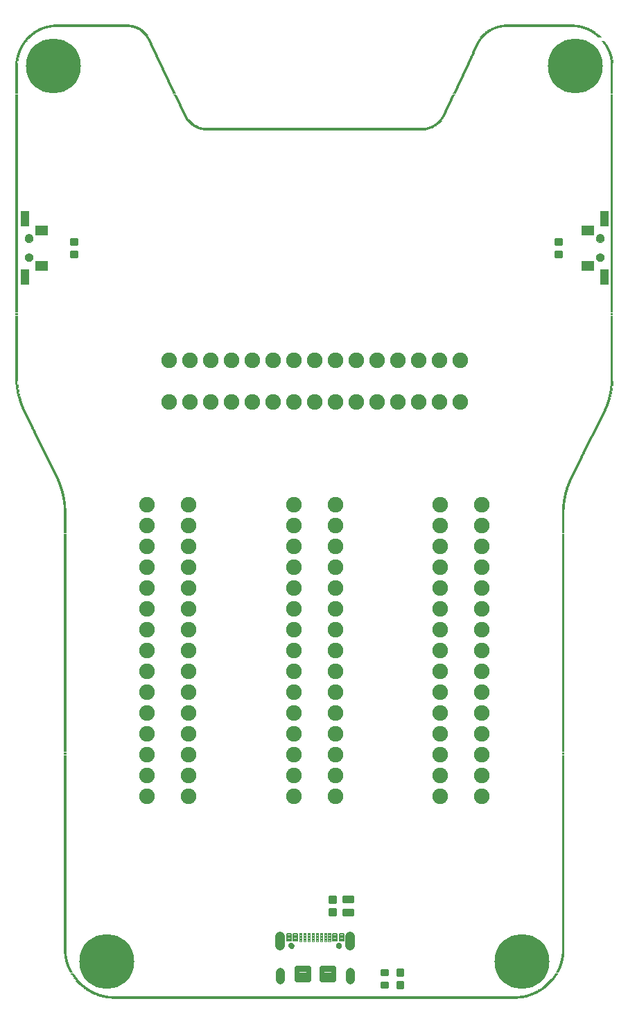
<source format=gbs>
G75*
G70*
%OFA0B0*%
%FSLAX24Y24*%
%IPPOS*%
%LPD*%
%AMOC8*
5,1,8,0,0,1.08239X$1,22.5*
%
%ADD10R,1.9505X0.0033*%
%ADD11R,2.0103X0.0033*%
%ADD12R,2.0435X0.0033*%
%ADD13R,2.0668X0.0033*%
%ADD14R,0.0532X0.0033*%
%ADD15R,0.0432X0.0033*%
%ADD16R,0.0399X0.0033*%
%ADD17R,0.0366X0.0033*%
%ADD18R,0.0332X0.0033*%
%ADD19R,0.0299X0.0033*%
%ADD20R,0.0266X0.0033*%
%ADD21R,0.0233X0.0033*%
%ADD22R,0.0199X0.0033*%
%ADD23R,0.0166X0.0033*%
%ADD24R,0.0133X0.0033*%
%ADD25R,0.0100X0.0033*%
%ADD26R,1.0733X0.0033*%
%ADD27R,1.1032X0.0033*%
%ADD28R,1.1231X0.0033*%
%ADD29R,1.1397X0.0033*%
%ADD30R,0.0498X0.0033*%
%ADD31R,0.0465X0.0033*%
%ADD32R,0.4552X0.0033*%
%ADD33R,0.4353X0.0033*%
%ADD34R,0.4154X0.0033*%
%ADD35R,0.4087X0.0033*%
%ADD36R,0.3888X0.0033*%
%ADD37R,0.3655X0.0033*%
%ADD38R,0.3423X0.0033*%
%ADD39C,0.0085*%
%ADD40C,0.0098*%
%ADD41R,0.0640X0.0490*%
%ADD42R,0.0440X0.0740*%
%ADD43C,0.0000*%
%ADD44C,0.0414*%
%ADD45C,0.0083*%
%ADD46C,0.0047*%
%ADD47C,0.0276*%
%ADD48C,0.0434*%
%ADD49C,0.0473*%
%ADD50C,0.0248*%
%ADD51C,0.0091*%
%ADD52C,0.0749*%
%ADD53C,0.2638*%
D10*
X015248Y002160D03*
D11*
X015248Y002193D03*
D12*
X015248Y002226D03*
D13*
X015231Y002260D03*
D14*
X005063Y002293D03*
X025399Y002293D03*
D15*
X025549Y002326D03*
X004947Y002326D03*
X024053Y048813D03*
D16*
X028257Y048779D03*
X006625Y048813D03*
X002239Y048779D03*
X004831Y002359D03*
D17*
X025648Y002359D03*
X025748Y002393D03*
X020830Y043994D03*
X023920Y048779D03*
X028340Y048746D03*
D18*
X028423Y048713D03*
X009649Y043994D03*
X006725Y048779D03*
X002139Y048746D03*
X004665Y002426D03*
X004731Y002393D03*
X025831Y002426D03*
D19*
X025881Y002459D03*
X004582Y002459D03*
X004515Y002492D03*
X009566Y044028D03*
X002056Y048713D03*
X001990Y048680D03*
X020897Y044028D03*
X023854Y048746D03*
D20*
X023771Y048713D03*
X023704Y048680D03*
X023605Y048613D03*
X020980Y044061D03*
X028489Y048680D03*
X028556Y048646D03*
X028622Y048613D03*
X009516Y044061D03*
X009450Y044094D03*
X006858Y048713D03*
X006791Y048746D03*
X001940Y048646D03*
X001873Y048613D03*
X004299Y002625D03*
X004399Y002559D03*
X004465Y002526D03*
X025964Y002492D03*
X026030Y002526D03*
X026130Y002592D03*
D21*
X026080Y002559D03*
X026180Y002625D03*
X026246Y002658D03*
X026280Y002692D03*
X026313Y002725D03*
X004349Y002592D03*
X004249Y002658D03*
X004216Y002692D03*
X004116Y002758D03*
X004083Y002791D03*
X009400Y044127D03*
X006941Y048646D03*
X006908Y048680D03*
X001824Y048580D03*
X001757Y048547D03*
X001724Y048514D03*
X001624Y048447D03*
X001591Y048414D03*
X001558Y048381D03*
X021030Y044094D03*
X021096Y044127D03*
X021129Y044161D03*
X023522Y048547D03*
X023555Y048580D03*
X023655Y048646D03*
X028672Y048580D03*
X028705Y048547D03*
X028772Y048514D03*
X028805Y048480D03*
D22*
X028855Y048447D03*
X028888Y048414D03*
X028921Y048381D03*
X028955Y048347D03*
X023472Y048514D03*
X023439Y048480D03*
X023405Y048447D03*
X023372Y048414D03*
X023339Y048381D03*
X023306Y048347D03*
X021279Y044294D03*
X021246Y044260D03*
X021212Y044227D03*
X021179Y044194D03*
X009350Y044161D03*
X009317Y044194D03*
X009283Y044227D03*
X009250Y044260D03*
X009217Y044294D03*
X009184Y044327D03*
X009150Y044360D03*
X007157Y048447D03*
X007124Y048480D03*
X007090Y048514D03*
X007057Y048547D03*
X007024Y048580D03*
X006991Y048613D03*
X001674Y048480D03*
X001508Y048347D03*
X001475Y048314D03*
X001441Y048281D03*
X001342Y048148D03*
X003767Y003124D03*
X003867Y002991D03*
X003900Y002957D03*
X003934Y002924D03*
X003967Y002891D03*
X004000Y002858D03*
X004033Y002825D03*
X004166Y002725D03*
X026363Y002758D03*
X026396Y002791D03*
X026429Y002825D03*
X026462Y002858D03*
X026496Y002891D03*
X026529Y002924D03*
X026562Y002957D03*
X026595Y002991D03*
X026629Y003024D03*
X026662Y003057D03*
X026695Y003090D03*
D23*
X026712Y003124D03*
X026745Y003157D03*
X026778Y003190D03*
X026778Y003223D03*
X026811Y003257D03*
X026845Y003290D03*
X026845Y003323D03*
X026878Y003356D03*
X026911Y003423D03*
X026944Y003489D03*
X026977Y003556D03*
X027011Y003622D03*
X027044Y003689D03*
X027443Y026815D03*
X027509Y026982D03*
X027576Y027148D03*
X027609Y027214D03*
X027642Y027281D03*
X027675Y027347D03*
X027709Y027414D03*
X027742Y027480D03*
X027775Y027546D03*
X027808Y027613D03*
X027841Y027679D03*
X027875Y027746D03*
X027908Y027812D03*
X027941Y027879D03*
X027974Y027945D03*
X028008Y028012D03*
X028041Y028078D03*
X028074Y028145D03*
X028107Y028211D03*
X028140Y028277D03*
X028174Y028344D03*
X028207Y028410D03*
X028240Y028477D03*
X028273Y028543D03*
X028307Y028610D03*
X028340Y028676D03*
X028373Y028743D03*
X028406Y028809D03*
X028440Y028876D03*
X028473Y028942D03*
X028506Y029009D03*
X028539Y029075D03*
X028572Y029141D03*
X029104Y030171D03*
X029137Y030238D03*
X029237Y030471D03*
X029270Y030537D03*
X021295Y044327D03*
X021329Y044360D03*
X021362Y044393D03*
X021395Y044460D03*
X021428Y044493D03*
X021561Y044792D03*
X021594Y044858D03*
X021628Y044925D03*
X021661Y044991D03*
X021694Y045058D03*
X021727Y045124D03*
X021827Y045357D03*
X021860Y045423D03*
X021894Y045490D03*
X021927Y045556D03*
X021960Y045623D03*
X021993Y045689D03*
X022126Y045988D03*
X022159Y046055D03*
X022193Y046121D03*
X022226Y046188D03*
X022259Y046254D03*
X022292Y046320D03*
X022392Y046553D03*
X022425Y046620D03*
X022458Y046686D03*
X022492Y046752D03*
X022525Y046819D03*
X022558Y046885D03*
X022658Y047118D03*
X022691Y047184D03*
X022724Y047251D03*
X022757Y047317D03*
X022791Y047384D03*
X022824Y047450D03*
X022957Y047749D03*
X022990Y047816D03*
X023023Y047882D03*
X023057Y047949D03*
X023090Y048015D03*
X023123Y048082D03*
X023156Y048148D03*
X023189Y048181D03*
X023189Y048214D03*
X023223Y048248D03*
X023256Y048281D03*
X023289Y048314D03*
X029137Y048148D03*
X029171Y048115D03*
X029204Y048082D03*
X029204Y048048D03*
X029237Y048015D03*
X029270Y047982D03*
X029303Y047915D03*
X029337Y047849D03*
X029370Y047783D03*
X029403Y047716D03*
X009134Y044393D03*
X009101Y044426D03*
X009067Y044493D03*
X008968Y044692D03*
X008934Y044759D03*
X008901Y044825D03*
X008868Y044892D03*
X008835Y044958D03*
X008802Y045025D03*
X008702Y045257D03*
X008669Y045324D03*
X008635Y045390D03*
X008602Y045457D03*
X008569Y045523D03*
X008536Y045589D03*
X008503Y045656D03*
X008403Y045889D03*
X008370Y045955D03*
X008336Y046021D03*
X008303Y046088D03*
X008270Y046154D03*
X008237Y046221D03*
X008137Y046453D03*
X008104Y046520D03*
X008071Y046586D03*
X008037Y046653D03*
X008004Y046719D03*
X007971Y046786D03*
X007838Y047085D03*
X007805Y047151D03*
X007771Y047218D03*
X007738Y047284D03*
X007705Y047351D03*
X007672Y047417D03*
X007572Y047650D03*
X007539Y047716D03*
X007506Y047783D03*
X007472Y047849D03*
X007439Y047915D03*
X007406Y047982D03*
X007306Y048214D03*
X007273Y048281D03*
X007240Y048314D03*
X007207Y048381D03*
X007173Y048414D03*
X001425Y048248D03*
X001392Y048214D03*
X001358Y048181D03*
X001325Y048115D03*
X001292Y048082D03*
X001259Y048048D03*
X001226Y047982D03*
X001192Y047949D03*
X001159Y047882D03*
X001126Y047816D03*
X001093Y047749D03*
X001059Y047683D03*
X001159Y030670D03*
X001226Y030504D03*
X001259Y030437D03*
X001491Y029972D03*
X001525Y029906D03*
X001558Y029839D03*
X001591Y029773D03*
X001624Y029706D03*
X001657Y029640D03*
X001691Y029573D03*
X001724Y029507D03*
X001757Y029440D03*
X001790Y029374D03*
X001824Y029308D03*
X001857Y029241D03*
X001890Y029175D03*
X001923Y029108D03*
X001957Y029042D03*
X001990Y028975D03*
X002023Y028909D03*
X002056Y028842D03*
X002089Y028776D03*
X002123Y028709D03*
X002156Y028643D03*
X002189Y028577D03*
X002222Y028510D03*
X002256Y028444D03*
X002289Y028377D03*
X002322Y028311D03*
X002355Y028244D03*
X002389Y028178D03*
X002422Y028111D03*
X002455Y028045D03*
X002488Y027978D03*
X002521Y027912D03*
X002555Y027846D03*
X002588Y027779D03*
X002621Y027713D03*
X002654Y027646D03*
X002688Y027580D03*
X002721Y027513D03*
X002754Y027447D03*
X002787Y027380D03*
X002820Y027314D03*
X002854Y027247D03*
X002887Y027181D03*
X002920Y027114D03*
X002987Y026948D03*
X003452Y003655D03*
X003485Y003589D03*
X003518Y003522D03*
X003551Y003456D03*
X003585Y003389D03*
X003618Y003323D03*
X003651Y003290D03*
X003684Y003257D03*
X003684Y003223D03*
X003718Y003190D03*
X003751Y003157D03*
X003784Y003090D03*
X003817Y003057D03*
X003851Y003024D03*
D24*
X003369Y003855D03*
X003369Y003888D03*
X003369Y003921D03*
X003336Y003954D03*
X003336Y003988D03*
X003336Y004021D03*
X003336Y004054D03*
X003302Y004120D03*
X003302Y004154D03*
X003302Y004187D03*
X003302Y004220D03*
X003269Y004353D03*
X003269Y004386D03*
X003269Y004420D03*
X003269Y004453D03*
X003269Y004486D03*
X003269Y004519D03*
X003269Y004552D03*
X003269Y004586D03*
X003269Y004619D03*
X003269Y004652D03*
X003269Y004685D03*
X003269Y004719D03*
X003269Y004752D03*
X003269Y004785D03*
X003269Y004818D03*
X003269Y004851D03*
X003269Y004885D03*
X003269Y004918D03*
X003269Y004951D03*
X003269Y004984D03*
X003269Y005018D03*
X003269Y005051D03*
X003269Y005084D03*
X003269Y005117D03*
X003269Y005151D03*
X003269Y005184D03*
X003269Y005217D03*
X003269Y005250D03*
X003269Y005283D03*
X003269Y005317D03*
X003269Y005350D03*
X003269Y005383D03*
X003269Y005416D03*
X003269Y005450D03*
X003269Y005483D03*
X003269Y005516D03*
X003269Y005549D03*
X003269Y005583D03*
X003269Y005616D03*
X003269Y005649D03*
X003269Y005682D03*
X003269Y005715D03*
X003269Y005749D03*
X003269Y005782D03*
X003269Y005815D03*
X003269Y005848D03*
X003269Y005882D03*
X003269Y005915D03*
X003269Y005948D03*
X003269Y005981D03*
X003269Y006014D03*
X003269Y006048D03*
X003269Y006081D03*
X003269Y006114D03*
X003269Y006147D03*
X003269Y006181D03*
X003269Y006214D03*
X003269Y006247D03*
X003269Y006280D03*
X003269Y006314D03*
X003269Y006347D03*
X003269Y006380D03*
X003269Y006413D03*
X003269Y006446D03*
X003269Y006480D03*
X003269Y006513D03*
X003269Y006546D03*
X003269Y006579D03*
X003269Y006613D03*
X003269Y006646D03*
X003269Y006679D03*
X003269Y006712D03*
X003269Y006746D03*
X003269Y006779D03*
X003269Y006812D03*
X003269Y006845D03*
X003269Y006878D03*
X003269Y006912D03*
X003269Y006945D03*
X003269Y006978D03*
X003269Y007011D03*
X003269Y007045D03*
X003269Y007078D03*
X003269Y007111D03*
X003269Y007144D03*
X003269Y007177D03*
X003269Y007211D03*
X003269Y007244D03*
X003269Y007277D03*
X003269Y007310D03*
X003269Y007344D03*
X003269Y007377D03*
X003269Y007410D03*
X003269Y007443D03*
X003269Y007477D03*
X003269Y007510D03*
X003269Y007543D03*
X003269Y007576D03*
X003269Y007609D03*
X003269Y007643D03*
X003269Y007676D03*
X003269Y007709D03*
X003269Y007742D03*
X003269Y007776D03*
X003269Y007809D03*
X003269Y007842D03*
X003269Y007875D03*
X003269Y007909D03*
X003269Y007942D03*
X003269Y007975D03*
X003269Y008008D03*
X003269Y008041D03*
X003269Y008075D03*
X003269Y008108D03*
X003269Y008141D03*
X003269Y008174D03*
X003269Y008208D03*
X003269Y008241D03*
X003269Y008274D03*
X003269Y008307D03*
X003269Y008340D03*
X003269Y008374D03*
X003269Y008407D03*
X003269Y008440D03*
X003269Y008473D03*
X003269Y008507D03*
X003269Y008540D03*
X003269Y008573D03*
X003269Y008606D03*
X003269Y008640D03*
X003269Y008673D03*
X003269Y008706D03*
X003269Y008739D03*
X003269Y008772D03*
X003269Y008806D03*
X003269Y008839D03*
X003269Y008872D03*
X003269Y008905D03*
X003269Y008939D03*
X003269Y008972D03*
X003269Y009005D03*
X003269Y009038D03*
X003269Y009071D03*
X003269Y009105D03*
X003269Y009138D03*
X003269Y009171D03*
X003269Y009204D03*
X003269Y009238D03*
X003269Y009271D03*
X003269Y009304D03*
X003269Y009337D03*
X003269Y009371D03*
X003269Y009404D03*
X003269Y009437D03*
X003269Y009470D03*
X003269Y009503D03*
X003269Y009537D03*
X003269Y009570D03*
X003269Y009603D03*
X003269Y009636D03*
X003269Y009670D03*
X003269Y009703D03*
X003269Y009736D03*
X003269Y009769D03*
X003269Y009803D03*
X003269Y009836D03*
X003269Y009869D03*
X003269Y009902D03*
X003269Y009935D03*
X003269Y009969D03*
X003269Y010002D03*
X003269Y010035D03*
X003269Y010068D03*
X003269Y010102D03*
X003269Y010135D03*
X003269Y010168D03*
X003269Y010201D03*
X003269Y010234D03*
X003269Y010268D03*
X003269Y010301D03*
X003269Y010334D03*
X003269Y010367D03*
X003269Y010401D03*
X003269Y010434D03*
X003269Y010467D03*
X003269Y010500D03*
X003269Y010534D03*
X003269Y010567D03*
X003269Y010600D03*
X003269Y010633D03*
X003269Y010666D03*
X003269Y010700D03*
X003269Y010733D03*
X003269Y010766D03*
X003269Y010799D03*
X003269Y010833D03*
X003269Y010866D03*
X003269Y010899D03*
X003269Y010932D03*
X003269Y010966D03*
X003269Y010999D03*
X003269Y011032D03*
X003269Y011065D03*
X003269Y011098D03*
X003269Y011132D03*
X003269Y011165D03*
X003269Y011198D03*
X003269Y011231D03*
X003269Y011265D03*
X003269Y011298D03*
X003269Y011331D03*
X003269Y011364D03*
X003269Y011397D03*
X003269Y011431D03*
X003269Y011464D03*
X003269Y011497D03*
X003269Y011530D03*
X003269Y011564D03*
X003269Y011597D03*
X003269Y011630D03*
X003269Y011663D03*
X003269Y011697D03*
X003269Y011730D03*
X003269Y011763D03*
X003269Y011796D03*
X003269Y011829D03*
X003269Y011863D03*
X003269Y011896D03*
X003269Y011929D03*
X003269Y011962D03*
X003269Y011996D03*
X003269Y012029D03*
X003269Y012062D03*
X003269Y012095D03*
X003269Y012129D03*
X003269Y012162D03*
X003269Y012195D03*
X003269Y012228D03*
X003269Y012261D03*
X003269Y012295D03*
X003269Y012328D03*
X003269Y012361D03*
X003269Y012394D03*
X003269Y012428D03*
X003269Y012461D03*
X003269Y012494D03*
X003269Y012527D03*
X003269Y012560D03*
X003269Y012594D03*
X003269Y012627D03*
X003269Y012660D03*
X003269Y012693D03*
X003269Y012727D03*
X003269Y012760D03*
X003269Y012793D03*
X003269Y012826D03*
X003269Y012860D03*
X003269Y012893D03*
X003269Y012926D03*
X003269Y012959D03*
X003269Y012992D03*
X003269Y013026D03*
X003269Y013059D03*
X003269Y013092D03*
X003269Y013125D03*
X003269Y013159D03*
X003269Y013192D03*
X003269Y013225D03*
X003269Y013258D03*
X003269Y013291D03*
X003269Y013325D03*
X003269Y013358D03*
X003269Y013391D03*
X003269Y013424D03*
X003269Y013458D03*
X003269Y013491D03*
X003269Y013524D03*
X003269Y013557D03*
X003269Y013591D03*
X003269Y013624D03*
X003269Y013657D03*
X003269Y013690D03*
X003269Y013723D03*
X003269Y013757D03*
X003269Y013790D03*
X003269Y013823D03*
X003269Y013856D03*
X003269Y013890D03*
X003269Y013923D03*
X003269Y013956D03*
X003269Y013989D03*
X003269Y014023D03*
X003269Y014056D03*
X003269Y014089D03*
X003269Y014122D03*
X003269Y014155D03*
X003269Y014189D03*
X003269Y014222D03*
X003269Y014255D03*
X003269Y014288D03*
X003269Y014322D03*
X003269Y014355D03*
X003269Y014388D03*
X003269Y014421D03*
X003269Y014454D03*
X003269Y014488D03*
X003269Y014521D03*
X003269Y014554D03*
X003269Y014587D03*
X003269Y014621D03*
X003269Y014654D03*
X003269Y014687D03*
X003269Y014720D03*
X003269Y014754D03*
X003269Y014787D03*
X003269Y014820D03*
X003269Y014853D03*
X003269Y014886D03*
X003269Y014920D03*
X003269Y014953D03*
X003269Y014986D03*
X003269Y015019D03*
X003269Y015053D03*
X003269Y015086D03*
X003269Y015119D03*
X003269Y015152D03*
X003269Y015186D03*
X003269Y015219D03*
X003269Y015252D03*
X003269Y015285D03*
X003269Y015318D03*
X003269Y015352D03*
X003269Y015385D03*
X003269Y015418D03*
X003269Y015451D03*
X003269Y015485D03*
X003269Y015518D03*
X003269Y015551D03*
X003269Y015584D03*
X003269Y015617D03*
X003269Y015651D03*
X003269Y015684D03*
X003269Y015717D03*
X003269Y015750D03*
X003269Y015784D03*
X003269Y015817D03*
X003269Y015850D03*
X003269Y015883D03*
X003269Y015917D03*
X003269Y015950D03*
X003269Y015983D03*
X003269Y016016D03*
X003269Y016049D03*
X003269Y016083D03*
X003269Y016116D03*
X003269Y016149D03*
X003269Y016182D03*
X003269Y016216D03*
X003269Y016249D03*
X003269Y016282D03*
X003269Y016315D03*
X003269Y016349D03*
X003269Y016382D03*
X003269Y016415D03*
X003269Y016448D03*
X003269Y016481D03*
X003269Y016515D03*
X003269Y016548D03*
X003269Y016581D03*
X003269Y016614D03*
X003269Y016648D03*
X003269Y016681D03*
X003269Y016714D03*
X003269Y016747D03*
X003269Y016780D03*
X003269Y016814D03*
X003269Y016847D03*
X003269Y016880D03*
X003269Y016913D03*
X003269Y016947D03*
X003269Y016980D03*
X003269Y017013D03*
X003269Y017046D03*
X003269Y017080D03*
X003269Y017113D03*
X003269Y017146D03*
X003269Y017179D03*
X003269Y017212D03*
X003269Y017246D03*
X003269Y017279D03*
X003269Y017312D03*
X003269Y017345D03*
X003269Y017379D03*
X003269Y017412D03*
X003269Y017445D03*
X003269Y017478D03*
X003269Y017511D03*
X003269Y017545D03*
X003269Y017578D03*
X003269Y017611D03*
X003269Y017644D03*
X003269Y017678D03*
X003269Y017711D03*
X003269Y017744D03*
X003269Y017777D03*
X003269Y017811D03*
X003269Y017844D03*
X003269Y017877D03*
X003269Y017910D03*
X003269Y017943D03*
X003269Y017977D03*
X003269Y018010D03*
X003269Y018043D03*
X003269Y018076D03*
X003269Y018110D03*
X003269Y018143D03*
X003269Y018176D03*
X003269Y018209D03*
X003269Y018243D03*
X003269Y018276D03*
X003269Y018309D03*
X003269Y018342D03*
X003269Y018375D03*
X003269Y018409D03*
X003269Y018442D03*
X003269Y018475D03*
X003269Y018508D03*
X003269Y018542D03*
X003269Y018575D03*
X003269Y018608D03*
X003269Y018641D03*
X003269Y018674D03*
X003269Y018708D03*
X003269Y018741D03*
X003269Y018774D03*
X003269Y018807D03*
X003269Y018841D03*
X003269Y018874D03*
X003269Y018907D03*
X003269Y018940D03*
X003269Y018974D03*
X003269Y019007D03*
X003269Y019040D03*
X003269Y019073D03*
X003269Y019106D03*
X003269Y019140D03*
X003269Y019173D03*
X003269Y019206D03*
X003269Y019239D03*
X003269Y019273D03*
X003269Y019306D03*
X003269Y019339D03*
X003269Y019372D03*
X003269Y019406D03*
X003269Y019439D03*
X003269Y019472D03*
X003269Y019505D03*
X003269Y019538D03*
X003269Y019572D03*
X003269Y019605D03*
X003269Y019638D03*
X003269Y019671D03*
X003269Y019705D03*
X003269Y019738D03*
X003269Y019771D03*
X003269Y019804D03*
X003269Y019837D03*
X003269Y019871D03*
X003269Y019904D03*
X003269Y019937D03*
X003269Y019970D03*
X003269Y020004D03*
X003269Y020037D03*
X003269Y020070D03*
X003269Y020103D03*
X003269Y020137D03*
X003269Y020170D03*
X003269Y020203D03*
X003269Y020236D03*
X003269Y020269D03*
X003269Y020303D03*
X003269Y020336D03*
X003269Y020369D03*
X003269Y020402D03*
X003269Y020436D03*
X003269Y020469D03*
X003269Y020502D03*
X003269Y020535D03*
X003269Y020569D03*
X003269Y020602D03*
X003269Y020635D03*
X003269Y020668D03*
X003269Y020701D03*
X003269Y020735D03*
X003269Y020768D03*
X003269Y020801D03*
X003269Y020834D03*
X003269Y020868D03*
X003269Y020901D03*
X003269Y020934D03*
X003269Y020967D03*
X003269Y021000D03*
X003269Y021034D03*
X003269Y021067D03*
X003269Y021100D03*
X003269Y021133D03*
X003269Y021167D03*
X003269Y021200D03*
X003269Y021233D03*
X003269Y021266D03*
X003269Y021300D03*
X003269Y021333D03*
X003269Y021366D03*
X003269Y021399D03*
X003269Y021432D03*
X003269Y021466D03*
X003269Y021499D03*
X003269Y021532D03*
X003269Y021565D03*
X003269Y021599D03*
X003269Y021632D03*
X003269Y021665D03*
X003269Y021698D03*
X003269Y021731D03*
X003269Y021765D03*
X003269Y021798D03*
X003269Y021831D03*
X003269Y021864D03*
X003269Y021898D03*
X003269Y021931D03*
X003269Y021964D03*
X003269Y021997D03*
X003269Y022031D03*
X003269Y022064D03*
X003269Y022097D03*
X003269Y022130D03*
X003269Y022163D03*
X003269Y022197D03*
X003269Y022230D03*
X003269Y022263D03*
X003269Y022296D03*
X003269Y022330D03*
X003269Y022363D03*
X003269Y022396D03*
X003269Y022429D03*
X003269Y022463D03*
X003269Y022496D03*
X003269Y022529D03*
X003269Y022562D03*
X003269Y022595D03*
X003269Y022629D03*
X003269Y022662D03*
X003269Y022695D03*
X003269Y022728D03*
X003269Y022762D03*
X003269Y022795D03*
X003269Y022828D03*
X003269Y022861D03*
X003269Y022894D03*
X003269Y022928D03*
X003269Y022961D03*
X003269Y022994D03*
X003269Y023027D03*
X003269Y023061D03*
X003269Y023094D03*
X003269Y023127D03*
X003269Y023160D03*
X003269Y023194D03*
X003269Y023227D03*
X003269Y023260D03*
X003269Y023293D03*
X003269Y023326D03*
X003269Y023360D03*
X003269Y023393D03*
X003269Y023426D03*
X003269Y023459D03*
X003269Y023493D03*
X003269Y023526D03*
X003269Y023559D03*
X003269Y023592D03*
X003269Y023626D03*
X003269Y023659D03*
X003269Y023692D03*
X003269Y023725D03*
X003269Y023758D03*
X003269Y023792D03*
X003269Y023825D03*
X003269Y023858D03*
X003269Y023891D03*
X003269Y023925D03*
X003269Y023958D03*
X003269Y023991D03*
X003269Y024024D03*
X003269Y024057D03*
X003269Y024091D03*
X003269Y024124D03*
X003269Y024157D03*
X003269Y024190D03*
X003269Y024224D03*
X003269Y024257D03*
X003269Y024290D03*
X003269Y024323D03*
X003269Y024357D03*
X003269Y024390D03*
X003269Y024423D03*
X003269Y024456D03*
X003269Y024489D03*
X003269Y024523D03*
X003269Y024556D03*
X003269Y024589D03*
X003269Y024622D03*
X003269Y024656D03*
X003269Y024689D03*
X003269Y024722D03*
X003269Y024755D03*
X003269Y024789D03*
X003269Y024822D03*
X003269Y024855D03*
X003269Y024888D03*
X003269Y024921D03*
X003269Y024955D03*
X003269Y024988D03*
X003269Y025021D03*
X003269Y025054D03*
X003269Y025088D03*
X003269Y025121D03*
X003269Y025154D03*
X003269Y025187D03*
X003269Y025220D03*
X003269Y025254D03*
X003269Y025287D03*
X003269Y025320D03*
X003269Y025353D03*
X003269Y025387D03*
X003269Y025420D03*
X003269Y025453D03*
X003269Y025486D03*
X003269Y025520D03*
X003269Y025553D03*
X003269Y025586D03*
X003269Y025619D03*
X003269Y025652D03*
X003269Y025686D03*
X003269Y025719D03*
X003236Y025918D03*
X003236Y025951D03*
X003236Y025985D03*
X003236Y026018D03*
X003236Y026051D03*
X003203Y026151D03*
X003203Y026184D03*
X003203Y026217D03*
X003203Y026251D03*
X003169Y026317D03*
X003169Y026350D03*
X003169Y026383D03*
X003169Y026417D03*
X003136Y026450D03*
X003136Y026483D03*
X003136Y026516D03*
X003136Y026550D03*
X003103Y026583D03*
X003103Y026616D03*
X003103Y026649D03*
X003070Y026683D03*
X003070Y026716D03*
X003070Y026749D03*
X003036Y026782D03*
X003036Y026815D03*
X003036Y026849D03*
X003003Y026882D03*
X003003Y026915D03*
X002970Y026982D03*
X002970Y027015D03*
X002937Y027048D03*
X002937Y027081D03*
X002904Y027148D03*
X002870Y027214D03*
X002837Y027281D03*
X002804Y027347D03*
X002771Y027414D03*
X002737Y027480D03*
X002704Y027546D03*
X002671Y027613D03*
X002638Y027679D03*
X002604Y027746D03*
X002571Y027812D03*
X002538Y027879D03*
X002505Y027945D03*
X002472Y028012D03*
X002438Y028078D03*
X002405Y028145D03*
X002372Y028211D03*
X002339Y028277D03*
X002305Y028344D03*
X002272Y028410D03*
X002239Y028477D03*
X002206Y028543D03*
X002173Y028610D03*
X002139Y028676D03*
X002106Y028743D03*
X002073Y028809D03*
X002040Y028876D03*
X002006Y028942D03*
X001973Y029009D03*
X001940Y029075D03*
X001907Y029141D03*
X001873Y029208D03*
X001840Y029274D03*
X001807Y029341D03*
X001774Y029407D03*
X001741Y029474D03*
X001707Y029540D03*
X001674Y029607D03*
X001641Y029673D03*
X001608Y029740D03*
X001574Y029806D03*
X001541Y029872D03*
X001508Y029939D03*
X001475Y030005D03*
X001441Y030039D03*
X001441Y030072D03*
X001408Y030105D03*
X001408Y030138D03*
X001375Y030171D03*
X001375Y030205D03*
X001342Y030238D03*
X001342Y030271D03*
X001309Y030304D03*
X001309Y030338D03*
X001275Y030371D03*
X001275Y030404D03*
X001242Y030471D03*
X001209Y030537D03*
X001209Y030570D03*
X001176Y030603D03*
X001176Y030637D03*
X001142Y030703D03*
X001142Y030736D03*
X001109Y030770D03*
X001109Y030803D03*
X001109Y030836D03*
X001076Y030869D03*
X001076Y030903D03*
X001076Y030936D03*
X001076Y030969D03*
X001043Y031002D03*
X001043Y031035D03*
X001043Y031069D03*
X001010Y031135D03*
X001010Y031168D03*
X001010Y031202D03*
X000976Y031301D03*
X000976Y031334D03*
X000976Y031368D03*
X000976Y031401D03*
X000943Y031501D03*
X000943Y031534D03*
X000943Y031567D03*
X000943Y031600D03*
X000943Y031634D03*
X000910Y031833D03*
X000910Y031866D03*
X000910Y031899D03*
X000910Y031933D03*
X000910Y031966D03*
X000910Y031999D03*
X000910Y032032D03*
X000910Y032066D03*
X000910Y032099D03*
X000910Y032132D03*
X000910Y032165D03*
X000910Y032198D03*
X000910Y032232D03*
X000910Y032265D03*
X000910Y032298D03*
X000910Y032331D03*
X000910Y032365D03*
X000910Y032398D03*
X000910Y032431D03*
X000910Y032464D03*
X000910Y032497D03*
X000910Y032531D03*
X000910Y032564D03*
X000910Y032597D03*
X000910Y032630D03*
X000910Y032664D03*
X000910Y032697D03*
X000910Y032730D03*
X000910Y032763D03*
X000910Y032797D03*
X000910Y032830D03*
X000910Y032863D03*
X000910Y032896D03*
X000910Y032929D03*
X000910Y032963D03*
X000910Y032996D03*
X000910Y033029D03*
X000910Y033062D03*
X000910Y033096D03*
X000910Y033129D03*
X000910Y033162D03*
X000910Y033195D03*
X000910Y033229D03*
X000910Y033262D03*
X000910Y033295D03*
X000910Y033328D03*
X000910Y033361D03*
X000910Y033395D03*
X000910Y033428D03*
X000910Y033461D03*
X000910Y033494D03*
X000910Y033528D03*
X000910Y033561D03*
X000910Y033594D03*
X000910Y033627D03*
X000910Y033660D03*
X000910Y033694D03*
X000910Y033727D03*
X000910Y033760D03*
X000910Y033793D03*
X000910Y033827D03*
X000910Y033860D03*
X000910Y033893D03*
X000910Y033926D03*
X000910Y033960D03*
X000910Y033993D03*
X000910Y034026D03*
X000910Y034059D03*
X000910Y034092D03*
X000910Y034126D03*
X000910Y034159D03*
X000910Y034192D03*
X000910Y034225D03*
X000910Y034259D03*
X000910Y034292D03*
X000910Y034325D03*
X000910Y034358D03*
X000910Y034391D03*
X000910Y034425D03*
X000910Y034458D03*
X000910Y034491D03*
X000910Y034524D03*
X000910Y034558D03*
X000910Y034591D03*
X000910Y034624D03*
X000910Y034657D03*
X000910Y034691D03*
X000910Y034724D03*
X000910Y034757D03*
X000910Y034790D03*
X000910Y034823D03*
X000910Y034857D03*
X000910Y034890D03*
X000910Y034923D03*
X000910Y034956D03*
X000910Y034990D03*
X000910Y035023D03*
X000910Y035056D03*
X000910Y035089D03*
X000910Y035123D03*
X000910Y035156D03*
X000910Y035189D03*
X000910Y035222D03*
X000910Y035255D03*
X000910Y035289D03*
X000910Y035322D03*
X000910Y035355D03*
X000910Y035388D03*
X000910Y035422D03*
X000910Y035455D03*
X000910Y035488D03*
X000910Y035521D03*
X000910Y035554D03*
X000910Y035588D03*
X000910Y035621D03*
X000910Y035654D03*
X000910Y035687D03*
X000910Y035721D03*
X000910Y035754D03*
X000910Y035787D03*
X000910Y035820D03*
X000910Y035854D03*
X000910Y035887D03*
X000910Y035920D03*
X000910Y035953D03*
X000910Y035986D03*
X000910Y036020D03*
X000910Y036053D03*
X000910Y036086D03*
X000910Y036119D03*
X000910Y036153D03*
X000910Y036186D03*
X000910Y036219D03*
X000910Y036252D03*
X000910Y036286D03*
X000910Y036319D03*
X000910Y036352D03*
X000910Y036385D03*
X000910Y036418D03*
X000910Y036452D03*
X000910Y036485D03*
X000910Y036518D03*
X000910Y036551D03*
X000910Y036585D03*
X000910Y036618D03*
X000910Y036651D03*
X000910Y036684D03*
X000910Y036717D03*
X000910Y036751D03*
X000910Y036784D03*
X000910Y036817D03*
X000910Y036850D03*
X000910Y036884D03*
X000910Y036917D03*
X000910Y036950D03*
X000910Y036983D03*
X000910Y037017D03*
X000910Y037050D03*
X000910Y037083D03*
X000910Y037116D03*
X000910Y037149D03*
X000910Y037183D03*
X000910Y037216D03*
X000910Y037249D03*
X000910Y037282D03*
X000910Y037316D03*
X000910Y037349D03*
X000910Y037382D03*
X000910Y037415D03*
X000910Y037449D03*
X000910Y037482D03*
X000910Y037515D03*
X000910Y037548D03*
X000910Y037581D03*
X000910Y037615D03*
X000910Y037648D03*
X000910Y037681D03*
X000910Y037714D03*
X000910Y037748D03*
X000910Y037781D03*
X000910Y037814D03*
X000910Y037847D03*
X000910Y037880D03*
X000910Y037914D03*
X000910Y037947D03*
X000910Y037980D03*
X000910Y038013D03*
X000910Y038047D03*
X000910Y038080D03*
X000910Y038113D03*
X000910Y038146D03*
X000910Y038180D03*
X000910Y038213D03*
X000910Y038246D03*
X000910Y038279D03*
X000910Y038312D03*
X000910Y038346D03*
X000910Y038379D03*
X000910Y038412D03*
X000910Y038445D03*
X000910Y038479D03*
X000910Y038512D03*
X000910Y038545D03*
X000910Y038578D03*
X000910Y038611D03*
X000910Y038645D03*
X000910Y038678D03*
X000910Y038711D03*
X000910Y038744D03*
X000910Y038778D03*
X000910Y038811D03*
X000910Y038844D03*
X000910Y038877D03*
X000910Y038911D03*
X000910Y038944D03*
X000910Y038977D03*
X000910Y039010D03*
X000910Y039043D03*
X000910Y039077D03*
X000910Y039110D03*
X000910Y039143D03*
X000910Y039176D03*
X000910Y039210D03*
X000910Y039243D03*
X000910Y039276D03*
X000910Y039309D03*
X000910Y039343D03*
X000910Y039376D03*
X000910Y039409D03*
X000910Y039442D03*
X000910Y039475D03*
X000910Y039509D03*
X000910Y039542D03*
X000910Y039575D03*
X000910Y039608D03*
X000910Y039642D03*
X000910Y039675D03*
X000910Y039708D03*
X000910Y039741D03*
X000910Y039774D03*
X000910Y039808D03*
X000910Y039841D03*
X000910Y039874D03*
X000910Y039907D03*
X000910Y039941D03*
X000910Y039974D03*
X000910Y040007D03*
X000910Y040040D03*
X000910Y040074D03*
X000910Y040107D03*
X000910Y040140D03*
X000910Y040173D03*
X000910Y040206D03*
X000910Y040240D03*
X000910Y040273D03*
X000910Y040306D03*
X000910Y040339D03*
X000910Y040373D03*
X000910Y040406D03*
X000910Y040439D03*
X000910Y040472D03*
X000910Y040506D03*
X000910Y040539D03*
X000910Y040572D03*
X000910Y040605D03*
X000910Y040638D03*
X000910Y040672D03*
X000910Y040705D03*
X000910Y040738D03*
X000910Y040771D03*
X000910Y040805D03*
X000910Y040838D03*
X000910Y040871D03*
X000910Y040904D03*
X000910Y040937D03*
X000910Y040971D03*
X000910Y041004D03*
X000910Y041037D03*
X000910Y041070D03*
X000910Y041104D03*
X000910Y041137D03*
X000910Y041170D03*
X000910Y041203D03*
X000910Y041237D03*
X000910Y041270D03*
X000910Y041303D03*
X000910Y041336D03*
X000910Y041369D03*
X000910Y041403D03*
X000910Y041436D03*
X000910Y041469D03*
X000910Y041502D03*
X000910Y041536D03*
X000910Y041569D03*
X000910Y041602D03*
X000910Y041635D03*
X000910Y041669D03*
X000910Y041702D03*
X000910Y041735D03*
X000910Y041768D03*
X000910Y041801D03*
X000910Y041835D03*
X000910Y041868D03*
X000910Y041901D03*
X000910Y041934D03*
X000910Y041968D03*
X000910Y042001D03*
X000910Y042034D03*
X000910Y042067D03*
X000910Y042100D03*
X000910Y042134D03*
X000910Y042167D03*
X000910Y042200D03*
X000910Y042233D03*
X000910Y042267D03*
X000910Y042300D03*
X000910Y042333D03*
X000910Y042366D03*
X000910Y042400D03*
X000910Y042433D03*
X000910Y042466D03*
X000910Y042499D03*
X000910Y042532D03*
X000910Y042566D03*
X000910Y042599D03*
X000910Y042632D03*
X000910Y042665D03*
X000910Y042699D03*
X000910Y042732D03*
X000910Y042765D03*
X000910Y042798D03*
X000910Y042831D03*
X000910Y042865D03*
X000910Y042898D03*
X000910Y042931D03*
X000910Y042964D03*
X000910Y042998D03*
X000910Y043031D03*
X000910Y043064D03*
X000910Y043097D03*
X000910Y043131D03*
X000910Y043164D03*
X000910Y043197D03*
X000910Y043230D03*
X000910Y043263D03*
X000910Y043297D03*
X000910Y043330D03*
X000910Y043363D03*
X000910Y043396D03*
X000910Y043430D03*
X000910Y043463D03*
X000910Y043496D03*
X000910Y043529D03*
X000910Y043563D03*
X000910Y043596D03*
X000910Y043629D03*
X000910Y043662D03*
X000910Y043695D03*
X000910Y043729D03*
X000910Y043762D03*
X000910Y043795D03*
X000910Y043828D03*
X000910Y043862D03*
X000910Y043895D03*
X000910Y043928D03*
X000910Y043961D03*
X000910Y043994D03*
X000910Y044028D03*
X000910Y044061D03*
X000910Y044094D03*
X000910Y044127D03*
X000910Y044161D03*
X000910Y044194D03*
X000910Y044227D03*
X000910Y044260D03*
X000910Y044294D03*
X000910Y044327D03*
X000910Y044360D03*
X000910Y044393D03*
X000910Y044426D03*
X000910Y044460D03*
X000910Y044493D03*
X000910Y044526D03*
X000910Y044559D03*
X000910Y044593D03*
X000910Y044626D03*
X000910Y044659D03*
X000910Y044692D03*
X000910Y044726D03*
X000910Y044759D03*
X000910Y044792D03*
X000910Y044825D03*
X000910Y044858D03*
X000910Y044892D03*
X000910Y044925D03*
X000910Y044958D03*
X000910Y044991D03*
X000910Y045025D03*
X000910Y045058D03*
X000910Y045091D03*
X000910Y045124D03*
X000910Y045157D03*
X000910Y045191D03*
X000910Y045224D03*
X000910Y045257D03*
X000910Y045290D03*
X000910Y045324D03*
X000910Y045357D03*
X000910Y045390D03*
X000910Y045423D03*
X000910Y045457D03*
X000910Y045490D03*
X000910Y045523D03*
X000910Y045556D03*
X000910Y045589D03*
X000910Y045623D03*
X000910Y045656D03*
X000910Y045689D03*
X000910Y045722D03*
X000910Y045756D03*
X000910Y045789D03*
X000910Y045822D03*
X000910Y045855D03*
X000910Y045889D03*
X000910Y045922D03*
X000910Y045955D03*
X000910Y045988D03*
X000910Y046021D03*
X000910Y046055D03*
X000910Y046088D03*
X000910Y046121D03*
X000910Y046154D03*
X000910Y046188D03*
X000910Y046221D03*
X000910Y046254D03*
X000910Y046287D03*
X000910Y046320D03*
X000910Y046354D03*
X000910Y046387D03*
X000910Y046420D03*
X000910Y046453D03*
X000910Y046487D03*
X000910Y046520D03*
X000910Y046553D03*
X000910Y046586D03*
X000910Y046620D03*
X000910Y046653D03*
X000910Y046686D03*
X000910Y046719D03*
X000910Y046752D03*
X000910Y046786D03*
X000910Y046819D03*
X000910Y046852D03*
X000910Y046885D03*
X000910Y046919D03*
X000910Y046952D03*
X000910Y046985D03*
X000910Y047018D03*
X000910Y047051D03*
X000910Y047085D03*
X000943Y047218D03*
X000943Y047251D03*
X000943Y047284D03*
X000943Y047317D03*
X000976Y047384D03*
X000976Y047417D03*
X000976Y047450D03*
X000976Y047483D03*
X001010Y047517D03*
X001010Y047550D03*
X001010Y047583D03*
X001043Y047616D03*
X001043Y047650D03*
X001076Y047716D03*
X001109Y047783D03*
X001142Y047849D03*
X001176Y047915D03*
X001242Y048015D03*
X007223Y048347D03*
X007290Y048248D03*
X007323Y048181D03*
X007323Y048148D03*
X007356Y048115D03*
X007356Y048082D03*
X007389Y048048D03*
X007389Y048015D03*
X007423Y047949D03*
X007456Y047882D03*
X007489Y047816D03*
X007522Y047749D03*
X007556Y047683D03*
X007589Y047616D03*
X007589Y047583D03*
X007622Y047550D03*
X007622Y047517D03*
X007655Y047483D03*
X007655Y047450D03*
X007688Y047384D03*
X007722Y047317D03*
X007755Y047251D03*
X007788Y047184D03*
X007821Y047118D03*
X007855Y047051D03*
X007855Y047018D03*
X007888Y046985D03*
X007888Y046952D03*
X007921Y046919D03*
X007921Y046885D03*
X007954Y046852D03*
X007954Y046819D03*
X007987Y046752D03*
X008021Y046686D03*
X008054Y046620D03*
X008087Y046553D03*
X008120Y046487D03*
X008154Y046420D03*
X008154Y046387D03*
X008187Y046354D03*
X008187Y046320D03*
X008220Y046287D03*
X008220Y046254D03*
X008253Y046188D03*
X008287Y046121D03*
X008320Y046055D03*
X008353Y045988D03*
X008386Y045922D03*
X008419Y045855D03*
X008419Y045822D03*
X008453Y045789D03*
X008453Y045756D03*
X008486Y045722D03*
X008486Y045689D03*
X008519Y045623D03*
X008552Y045556D03*
X008586Y045490D03*
X008619Y045423D03*
X008652Y045357D03*
X008685Y045290D03*
X008719Y045224D03*
X008719Y045191D03*
X008752Y045157D03*
X008752Y045124D03*
X008785Y045091D03*
X008785Y045058D03*
X008818Y044991D03*
X008851Y044925D03*
X008885Y044858D03*
X008918Y044792D03*
X008951Y044726D03*
X008984Y044659D03*
X008984Y044626D03*
X009018Y044593D03*
X009018Y044559D03*
X009051Y044526D03*
X009084Y044460D03*
X021379Y044426D03*
X021445Y044526D03*
X021445Y044559D03*
X021478Y044593D03*
X021478Y044626D03*
X021511Y044659D03*
X021511Y044692D03*
X021545Y044726D03*
X021545Y044759D03*
X021578Y044825D03*
X021611Y044892D03*
X021644Y044958D03*
X021678Y045025D03*
X021711Y045091D03*
X021744Y045157D03*
X021744Y045191D03*
X021777Y045224D03*
X021777Y045257D03*
X021810Y045290D03*
X021810Y045324D03*
X021844Y045390D03*
X021877Y045457D03*
X021910Y045523D03*
X021943Y045589D03*
X021977Y045656D03*
X022010Y045722D03*
X022010Y045756D03*
X022043Y045789D03*
X022043Y045822D03*
X022076Y045855D03*
X022076Y045889D03*
X022110Y045922D03*
X022110Y045955D03*
X022143Y046021D03*
X022176Y046088D03*
X022209Y046154D03*
X022242Y046221D03*
X022276Y046287D03*
X022309Y046354D03*
X022309Y046387D03*
X022342Y046420D03*
X022342Y046453D03*
X022375Y046487D03*
X022375Y046520D03*
X022409Y046586D03*
X022442Y046653D03*
X022475Y046719D03*
X022508Y046786D03*
X022541Y046852D03*
X022575Y046919D03*
X022575Y046952D03*
X022608Y046985D03*
X022608Y047018D03*
X022641Y047051D03*
X022641Y047085D03*
X022674Y047151D03*
X022708Y047218D03*
X022741Y047284D03*
X022774Y047351D03*
X022807Y047417D03*
X022841Y047483D03*
X022841Y047517D03*
X022874Y047550D03*
X022874Y047583D03*
X022907Y047616D03*
X022907Y047650D03*
X022940Y047683D03*
X022940Y047716D03*
X022973Y047783D03*
X023007Y047849D03*
X023040Y047915D03*
X023073Y047982D03*
X023106Y048048D03*
X023140Y048115D03*
X029287Y047949D03*
X029320Y047882D03*
X029353Y047816D03*
X029387Y047749D03*
X029420Y047683D03*
X029420Y047650D03*
X029453Y047616D03*
X029453Y047583D03*
X029453Y047550D03*
X029486Y047517D03*
X029486Y047483D03*
X029486Y047450D03*
X029519Y047417D03*
X029519Y047384D03*
X029519Y047351D03*
X029519Y047317D03*
X029553Y047251D03*
X029553Y047218D03*
X029553Y047184D03*
X029553Y047151D03*
X029553Y047118D03*
X029553Y031800D03*
X029553Y031766D03*
X029553Y031733D03*
X029553Y031700D03*
X029553Y031667D03*
X029553Y031634D03*
X029553Y031600D03*
X029519Y031467D03*
X029519Y031434D03*
X029519Y031401D03*
X029519Y031368D03*
X029486Y031301D03*
X029486Y031268D03*
X029486Y031235D03*
X029486Y031202D03*
X029453Y031135D03*
X029453Y031102D03*
X029453Y031069D03*
X029420Y031002D03*
X029420Y030969D03*
X029420Y030936D03*
X029387Y030903D03*
X029387Y030869D03*
X029387Y030836D03*
X029353Y030803D03*
X029353Y030770D03*
X029353Y030736D03*
X029320Y030703D03*
X029320Y030670D03*
X029320Y030637D03*
X029287Y030603D03*
X029287Y030570D03*
X029254Y030504D03*
X029220Y030437D03*
X029220Y030404D03*
X029187Y030371D03*
X029187Y030338D03*
X029154Y030304D03*
X029154Y030271D03*
X029121Y030205D03*
X029087Y030138D03*
X029054Y030105D03*
X029054Y030072D03*
X029021Y030039D03*
X029021Y030005D03*
X028988Y029972D03*
X028988Y029939D03*
X028955Y029906D03*
X028955Y029872D03*
X028921Y029839D03*
X028921Y029806D03*
X028888Y029773D03*
X028888Y029740D03*
X028855Y029706D03*
X028855Y029673D03*
X028822Y029640D03*
X028822Y029607D03*
X028788Y029573D03*
X028788Y029540D03*
X028755Y029507D03*
X028755Y029474D03*
X028722Y029440D03*
X028722Y029407D03*
X028689Y029374D03*
X028689Y029341D03*
X028656Y029308D03*
X028656Y029274D03*
X028622Y029241D03*
X028622Y029208D03*
X028589Y029175D03*
X028556Y029108D03*
X028523Y029042D03*
X028489Y028975D03*
X028456Y028909D03*
X028423Y028842D03*
X028390Y028776D03*
X028356Y028709D03*
X028323Y028643D03*
X028290Y028577D03*
X028257Y028510D03*
X028224Y028444D03*
X028190Y028377D03*
X028157Y028311D03*
X028124Y028244D03*
X028091Y028178D03*
X028057Y028111D03*
X028024Y028045D03*
X027991Y027978D03*
X027958Y027912D03*
X027924Y027846D03*
X027891Y027779D03*
X027858Y027713D03*
X027825Y027646D03*
X027792Y027580D03*
X027758Y027513D03*
X027725Y027447D03*
X027692Y027380D03*
X027659Y027314D03*
X027625Y027247D03*
X027592Y027181D03*
X027559Y027114D03*
X027559Y027081D03*
X027526Y027048D03*
X027526Y027015D03*
X027493Y026948D03*
X027493Y026915D03*
X027459Y026882D03*
X027459Y026849D03*
X027426Y026782D03*
X027426Y026749D03*
X027393Y026716D03*
X027393Y026683D03*
X027393Y026649D03*
X027393Y026616D03*
X027360Y026583D03*
X027360Y026550D03*
X027360Y026516D03*
X027326Y026483D03*
X027326Y026450D03*
X027326Y026417D03*
X027326Y026383D03*
X027293Y026317D03*
X027293Y026284D03*
X027293Y026251D03*
X027293Y026217D03*
X027260Y026151D03*
X027260Y026118D03*
X027260Y026084D03*
X027260Y026051D03*
X027260Y026018D03*
X027227Y025918D03*
X027227Y025885D03*
X027227Y025852D03*
X027227Y025819D03*
X027227Y025785D03*
X027227Y025752D03*
X027227Y025719D03*
X027227Y025686D03*
X027193Y004320D03*
X027193Y004287D03*
X027193Y004253D03*
X027193Y004220D03*
X027193Y004187D03*
X027160Y004120D03*
X027160Y004087D03*
X027160Y004054D03*
X027160Y004021D03*
X027127Y003988D03*
X027127Y003954D03*
X027127Y003921D03*
X027127Y003888D03*
X027094Y003855D03*
X027094Y003821D03*
X027094Y003788D03*
X027061Y003755D03*
X027061Y003722D03*
X027027Y003655D03*
X026994Y003589D03*
X026961Y003522D03*
X026928Y003456D03*
X026894Y003389D03*
X003601Y003356D03*
X003568Y003423D03*
X003535Y003489D03*
X003502Y003556D03*
X003468Y003622D03*
X003435Y003689D03*
X003435Y003722D03*
X003402Y003755D03*
X003402Y003788D03*
X003402Y003821D03*
D25*
X003319Y004087D03*
X003286Y004253D03*
X003286Y004287D03*
X003286Y004320D03*
X003252Y025752D03*
X003252Y025785D03*
X003252Y025819D03*
X003252Y025852D03*
X003252Y025885D03*
X003219Y026084D03*
X003219Y026118D03*
X003186Y026284D03*
X001026Y031102D03*
X000993Y031235D03*
X000993Y031268D03*
X000960Y031434D03*
X000960Y031467D03*
X000926Y031667D03*
X000926Y031700D03*
X000926Y031733D03*
X000926Y031766D03*
X000926Y031800D03*
X000926Y047118D03*
X000926Y047151D03*
X000926Y047184D03*
X000960Y047351D03*
X027310Y026350D03*
X027277Y026184D03*
X027243Y025985D03*
X027243Y025951D03*
X027210Y025652D03*
X027210Y025619D03*
X027210Y025586D03*
X027210Y025553D03*
X027210Y025520D03*
X027210Y025486D03*
X027210Y025453D03*
X027210Y025420D03*
X027210Y025387D03*
X027210Y025353D03*
X027210Y025320D03*
X027210Y025287D03*
X027210Y025254D03*
X027210Y025220D03*
X027210Y025187D03*
X027210Y025154D03*
X027210Y025121D03*
X027210Y025088D03*
X027210Y025054D03*
X027210Y025021D03*
X027210Y024988D03*
X027210Y024955D03*
X027210Y024921D03*
X027210Y024888D03*
X027210Y024855D03*
X027210Y024822D03*
X027210Y024789D03*
X027210Y024755D03*
X027210Y024722D03*
X027210Y024689D03*
X027210Y024656D03*
X027210Y024622D03*
X027210Y024589D03*
X027210Y024556D03*
X027210Y024523D03*
X027210Y024489D03*
X027210Y024456D03*
X027210Y024423D03*
X027210Y024390D03*
X027210Y024357D03*
X027210Y024323D03*
X027210Y024290D03*
X027210Y024257D03*
X027210Y024224D03*
X027210Y024190D03*
X027210Y024157D03*
X027210Y024124D03*
X027210Y024091D03*
X027210Y024057D03*
X027210Y024024D03*
X027210Y023991D03*
X027210Y023958D03*
X027210Y023925D03*
X027210Y023891D03*
X027210Y023858D03*
X027210Y023825D03*
X027210Y023792D03*
X027210Y023758D03*
X027210Y023725D03*
X027210Y023692D03*
X027210Y023659D03*
X027210Y023626D03*
X027210Y023592D03*
X027210Y023559D03*
X027210Y023526D03*
X027210Y023493D03*
X027210Y023459D03*
X027210Y023426D03*
X027210Y023393D03*
X027210Y023360D03*
X027210Y023326D03*
X027210Y023293D03*
X027210Y023260D03*
X027210Y023227D03*
X027210Y023194D03*
X027210Y023160D03*
X027210Y023127D03*
X027210Y023094D03*
X027210Y023061D03*
X027210Y023027D03*
X027210Y022994D03*
X027210Y022961D03*
X027210Y022928D03*
X027210Y022894D03*
X027210Y022861D03*
X027210Y022828D03*
X027210Y022795D03*
X027210Y022762D03*
X027210Y022728D03*
X027210Y022695D03*
X027210Y022662D03*
X027210Y022629D03*
X027210Y022595D03*
X027210Y022562D03*
X027210Y022529D03*
X027210Y022496D03*
X027210Y022463D03*
X027210Y022429D03*
X027210Y022396D03*
X027210Y022363D03*
X027210Y022330D03*
X027210Y022296D03*
X027210Y022263D03*
X027210Y022230D03*
X027210Y022197D03*
X027210Y022163D03*
X027210Y022130D03*
X027210Y022097D03*
X027210Y022064D03*
X027210Y022031D03*
X027210Y021997D03*
X027210Y021964D03*
X027210Y021931D03*
X027210Y021898D03*
X027210Y021864D03*
X027210Y021831D03*
X027210Y021798D03*
X027210Y021765D03*
X027210Y021731D03*
X027210Y021698D03*
X027210Y021665D03*
X027210Y021632D03*
X027210Y021599D03*
X027210Y021565D03*
X027210Y021532D03*
X027210Y021499D03*
X027210Y021466D03*
X027210Y021432D03*
X027210Y021399D03*
X027210Y021366D03*
X027210Y021333D03*
X027210Y021300D03*
X027210Y021266D03*
X027210Y021233D03*
X027210Y021200D03*
X027210Y021167D03*
X027210Y021133D03*
X027210Y021100D03*
X027210Y021067D03*
X027210Y021034D03*
X027210Y021000D03*
X027210Y020967D03*
X027210Y020934D03*
X027210Y020901D03*
X027210Y020868D03*
X027210Y020834D03*
X027210Y020801D03*
X027210Y020768D03*
X027210Y020735D03*
X027210Y020701D03*
X027210Y020668D03*
X027210Y020635D03*
X027210Y020602D03*
X027210Y020569D03*
X027210Y020535D03*
X027210Y020502D03*
X027210Y020469D03*
X027210Y020436D03*
X027210Y020402D03*
X027210Y020369D03*
X027210Y020336D03*
X027210Y020303D03*
X027210Y020269D03*
X027210Y020236D03*
X027210Y020203D03*
X027210Y020170D03*
X027210Y020137D03*
X027210Y020103D03*
X027210Y020070D03*
X027210Y020037D03*
X027210Y020004D03*
X027210Y019970D03*
X027210Y019937D03*
X027210Y019904D03*
X027210Y019871D03*
X027210Y019837D03*
X027210Y019804D03*
X027210Y019771D03*
X027210Y019738D03*
X027210Y019705D03*
X027210Y019671D03*
X027210Y019638D03*
X027210Y019605D03*
X027210Y019572D03*
X027210Y019538D03*
X027210Y019505D03*
X027210Y019472D03*
X027210Y019439D03*
X027210Y019406D03*
X027210Y019372D03*
X027210Y019339D03*
X027210Y019306D03*
X027210Y019273D03*
X027210Y019239D03*
X027210Y019206D03*
X027210Y019173D03*
X027210Y019140D03*
X027210Y019106D03*
X027210Y019073D03*
X027210Y019040D03*
X027210Y019007D03*
X027210Y018974D03*
X027210Y018940D03*
X027210Y018907D03*
X027210Y018874D03*
X027210Y018841D03*
X027210Y018807D03*
X027210Y018774D03*
X027210Y018741D03*
X027210Y018708D03*
X027210Y018674D03*
X027210Y018641D03*
X027210Y018608D03*
X027210Y018575D03*
X027210Y018542D03*
X027210Y018508D03*
X027210Y018475D03*
X027210Y018442D03*
X027210Y018409D03*
X027210Y018375D03*
X027210Y018342D03*
X027210Y018309D03*
X027210Y018276D03*
X027210Y018243D03*
X027210Y018209D03*
X027210Y018176D03*
X027210Y018143D03*
X027210Y018110D03*
X027210Y018076D03*
X027210Y018043D03*
X027210Y018010D03*
X027210Y017977D03*
X027210Y017943D03*
X027210Y017910D03*
X027210Y017877D03*
X027210Y017844D03*
X027210Y017811D03*
X027210Y017777D03*
X027210Y017744D03*
X027210Y017711D03*
X027210Y017678D03*
X027210Y017644D03*
X027210Y017611D03*
X027210Y017578D03*
X027210Y017545D03*
X027210Y017511D03*
X027210Y017478D03*
X027210Y017445D03*
X027210Y017412D03*
X027210Y017379D03*
X027210Y017345D03*
X027210Y017312D03*
X027210Y017279D03*
X027210Y017246D03*
X027210Y017212D03*
X027210Y017179D03*
X027210Y017146D03*
X027210Y017113D03*
X027210Y017080D03*
X027210Y017046D03*
X027210Y017013D03*
X027210Y016980D03*
X027210Y016947D03*
X027210Y016913D03*
X027210Y016880D03*
X027210Y016847D03*
X027210Y016814D03*
X027210Y016780D03*
X027210Y016747D03*
X027210Y016714D03*
X027210Y016681D03*
X027210Y016648D03*
X027210Y016614D03*
X027210Y016581D03*
X027210Y016548D03*
X027210Y016515D03*
X027210Y016481D03*
X027210Y016448D03*
X027210Y016415D03*
X027210Y016382D03*
X027210Y016349D03*
X027210Y016315D03*
X027210Y016282D03*
X027210Y016249D03*
X027210Y016216D03*
X027210Y016182D03*
X027210Y016149D03*
X027210Y016116D03*
X027210Y016083D03*
X027210Y016049D03*
X027210Y016016D03*
X027210Y015983D03*
X027210Y015950D03*
X027210Y015917D03*
X027210Y015883D03*
X027210Y015850D03*
X027210Y015817D03*
X027210Y015784D03*
X027210Y015750D03*
X027210Y015717D03*
X027210Y015684D03*
X027210Y015651D03*
X027210Y015617D03*
X027210Y015584D03*
X027210Y015551D03*
X027210Y015518D03*
X027210Y015485D03*
X027210Y015451D03*
X027210Y015418D03*
X027210Y015385D03*
X027210Y015352D03*
X027210Y015318D03*
X027210Y015285D03*
X027210Y015252D03*
X027210Y015219D03*
X027210Y015186D03*
X027210Y015152D03*
X027210Y015119D03*
X027210Y015086D03*
X027210Y015053D03*
X027210Y015019D03*
X027210Y014986D03*
X027210Y014953D03*
X027210Y014920D03*
X027210Y014886D03*
X027210Y014853D03*
X027210Y014820D03*
X027210Y014787D03*
X027210Y014754D03*
X027210Y014720D03*
X027210Y014687D03*
X027210Y014654D03*
X027210Y014621D03*
X027210Y014587D03*
X027210Y014554D03*
X027210Y014521D03*
X027210Y014488D03*
X027210Y014454D03*
X027210Y014421D03*
X027210Y014388D03*
X027210Y014355D03*
X027210Y014322D03*
X027210Y014288D03*
X027210Y014255D03*
X027210Y014222D03*
X027210Y014189D03*
X027210Y014155D03*
X027210Y014122D03*
X027210Y014089D03*
X027210Y014056D03*
X027210Y014023D03*
X027210Y013989D03*
X027210Y013956D03*
X027210Y013923D03*
X027210Y013890D03*
X027210Y013856D03*
X027210Y013823D03*
X027210Y013790D03*
X027210Y013757D03*
X027210Y013723D03*
X027210Y013690D03*
X027210Y013657D03*
X027210Y013624D03*
X027210Y013591D03*
X027210Y013557D03*
X027210Y013524D03*
X027210Y013491D03*
X027210Y013458D03*
X027210Y013424D03*
X027210Y013391D03*
X027210Y013358D03*
X027210Y013325D03*
X027210Y013291D03*
X027210Y013258D03*
X027210Y013225D03*
X027210Y013192D03*
X027210Y013159D03*
X027210Y013125D03*
X027210Y013092D03*
X027210Y013059D03*
X027210Y013026D03*
X027210Y012992D03*
X027210Y012959D03*
X027210Y012926D03*
X027210Y012893D03*
X027210Y012860D03*
X027210Y012826D03*
X027210Y012793D03*
X027210Y012760D03*
X027210Y012727D03*
X027210Y012693D03*
X027210Y012660D03*
X027210Y012627D03*
X027210Y012594D03*
X027210Y012560D03*
X027210Y012527D03*
X027210Y012494D03*
X027210Y012461D03*
X027210Y012428D03*
X027210Y012394D03*
X027210Y012361D03*
X027210Y012328D03*
X027210Y012295D03*
X027210Y012261D03*
X027210Y012228D03*
X027210Y012195D03*
X027210Y012162D03*
X027210Y012129D03*
X027210Y012095D03*
X027210Y012062D03*
X027210Y012029D03*
X027210Y011996D03*
X027210Y011962D03*
X027210Y011929D03*
X027210Y011896D03*
X027210Y011863D03*
X027210Y011829D03*
X027210Y011796D03*
X027210Y011763D03*
X027210Y011730D03*
X027210Y011697D03*
X027210Y011663D03*
X027210Y011630D03*
X027210Y011597D03*
X027210Y011564D03*
X027210Y011530D03*
X027210Y011497D03*
X027210Y011464D03*
X027210Y011431D03*
X027210Y011397D03*
X027210Y011364D03*
X027210Y011331D03*
X027210Y011298D03*
X027210Y011265D03*
X027210Y011231D03*
X027210Y011198D03*
X027210Y011165D03*
X027210Y011132D03*
X027210Y011098D03*
X027210Y011065D03*
X027210Y011032D03*
X027210Y010999D03*
X027210Y010966D03*
X027210Y010932D03*
X027210Y010899D03*
X027210Y010866D03*
X027210Y010833D03*
X027210Y010799D03*
X027210Y010766D03*
X027210Y010733D03*
X027210Y010700D03*
X027210Y010666D03*
X027210Y010633D03*
X027210Y010600D03*
X027210Y010567D03*
X027210Y010534D03*
X027210Y010500D03*
X027210Y010467D03*
X027210Y010434D03*
X027210Y010401D03*
X027210Y010367D03*
X027210Y010334D03*
X027210Y010301D03*
X027210Y010268D03*
X027210Y010234D03*
X027210Y010201D03*
X027210Y010168D03*
X027210Y010135D03*
X027210Y010102D03*
X027210Y010068D03*
X027210Y010035D03*
X027210Y010002D03*
X027210Y009969D03*
X027210Y009935D03*
X027210Y009902D03*
X027210Y009869D03*
X027210Y009836D03*
X027210Y009803D03*
X027210Y009769D03*
X027210Y009736D03*
X027210Y009703D03*
X027210Y009670D03*
X027210Y009636D03*
X027210Y009603D03*
X027210Y009570D03*
X027210Y009537D03*
X027210Y009503D03*
X027210Y009470D03*
X027210Y009437D03*
X027210Y009404D03*
X027210Y009371D03*
X027210Y009337D03*
X027210Y009304D03*
X027210Y009271D03*
X027210Y009238D03*
X027210Y009204D03*
X027210Y009171D03*
X027210Y009138D03*
X027210Y009105D03*
X027210Y009071D03*
X027210Y009038D03*
X027210Y009005D03*
X027210Y008972D03*
X027210Y008939D03*
X027210Y008905D03*
X027210Y008872D03*
X027210Y008839D03*
X027210Y008806D03*
X027210Y008772D03*
X027210Y008739D03*
X027210Y008706D03*
X027210Y008673D03*
X027210Y008640D03*
X027210Y008606D03*
X027210Y008573D03*
X027210Y008540D03*
X027210Y008507D03*
X027210Y008473D03*
X027210Y008440D03*
X027210Y008407D03*
X027210Y008374D03*
X027210Y008340D03*
X027210Y008307D03*
X027210Y008274D03*
X027210Y008241D03*
X027210Y008208D03*
X027210Y008174D03*
X027210Y008141D03*
X027210Y008108D03*
X027210Y008075D03*
X027210Y008041D03*
X027210Y008008D03*
X027210Y007975D03*
X027210Y007942D03*
X027210Y007909D03*
X027210Y007875D03*
X027210Y007842D03*
X027210Y007809D03*
X027210Y007776D03*
X027210Y007742D03*
X027210Y007709D03*
X027210Y007676D03*
X027210Y007643D03*
X027210Y007609D03*
X027210Y007576D03*
X027210Y007543D03*
X027210Y007510D03*
X027210Y007477D03*
X027210Y007443D03*
X027210Y007410D03*
X027210Y007377D03*
X027210Y007344D03*
X027210Y007310D03*
X027210Y007277D03*
X027210Y007244D03*
X027210Y007211D03*
X027210Y007177D03*
X027210Y007144D03*
X027210Y007111D03*
X027210Y007078D03*
X027210Y007045D03*
X027210Y007011D03*
X027210Y006978D03*
X027210Y006945D03*
X027210Y006912D03*
X027210Y006878D03*
X027210Y006845D03*
X027210Y006812D03*
X027210Y006779D03*
X027210Y006746D03*
X027210Y006712D03*
X027210Y006679D03*
X027210Y006646D03*
X027210Y006613D03*
X027210Y006579D03*
X027210Y006546D03*
X027210Y006513D03*
X027210Y006480D03*
X027210Y006446D03*
X027210Y006413D03*
X027210Y006380D03*
X027210Y006347D03*
X027210Y006314D03*
X027210Y006280D03*
X027210Y006247D03*
X027210Y006214D03*
X027210Y006181D03*
X027210Y006147D03*
X027210Y006114D03*
X027210Y006081D03*
X027210Y006048D03*
X027210Y006014D03*
X027210Y005981D03*
X027210Y005948D03*
X027210Y005915D03*
X027210Y005882D03*
X027210Y005848D03*
X027210Y005815D03*
X027210Y005782D03*
X027210Y005749D03*
X027210Y005715D03*
X027210Y005682D03*
X027210Y005649D03*
X027210Y005616D03*
X027210Y005583D03*
X027210Y005549D03*
X027210Y005516D03*
X027210Y005483D03*
X027210Y005450D03*
X027210Y005416D03*
X027210Y005383D03*
X027210Y005350D03*
X027210Y005317D03*
X027210Y005283D03*
X027210Y005250D03*
X027210Y005217D03*
X027210Y005184D03*
X027210Y005151D03*
X027210Y005117D03*
X027210Y005084D03*
X027210Y005051D03*
X027210Y005018D03*
X027210Y004984D03*
X027210Y004951D03*
X027210Y004918D03*
X027210Y004885D03*
X027210Y004851D03*
X027210Y004818D03*
X027210Y004785D03*
X027210Y004752D03*
X027210Y004719D03*
X027210Y004685D03*
X027210Y004652D03*
X027210Y004619D03*
X027210Y004586D03*
X027210Y004552D03*
X027210Y004519D03*
X027210Y004486D03*
X027210Y004453D03*
X027210Y004420D03*
X027210Y004386D03*
X027210Y004353D03*
X027177Y004154D03*
X029436Y031035D03*
X029470Y031168D03*
X029503Y031334D03*
X029536Y031501D03*
X029536Y031534D03*
X029536Y031567D03*
X029569Y031833D03*
X029569Y031866D03*
X029569Y031899D03*
X029569Y031933D03*
X029569Y031966D03*
X029569Y031999D03*
X029569Y032032D03*
X029569Y032066D03*
X029569Y032099D03*
X029569Y032132D03*
X029569Y032165D03*
X029569Y032198D03*
X029569Y032232D03*
X029569Y032265D03*
X029569Y032298D03*
X029569Y032331D03*
X029569Y032365D03*
X029569Y032398D03*
X029569Y032431D03*
X029569Y032464D03*
X029569Y032497D03*
X029569Y032531D03*
X029569Y032564D03*
X029569Y032597D03*
X029569Y032630D03*
X029569Y032664D03*
X029569Y032697D03*
X029569Y032730D03*
X029569Y032763D03*
X029569Y032797D03*
X029569Y032830D03*
X029569Y032863D03*
X029569Y032896D03*
X029569Y032929D03*
X029569Y032963D03*
X029569Y032996D03*
X029569Y033029D03*
X029569Y033062D03*
X029569Y033096D03*
X029569Y033129D03*
X029569Y033162D03*
X029569Y033195D03*
X029569Y033229D03*
X029569Y033262D03*
X029569Y033295D03*
X029569Y033328D03*
X029569Y033361D03*
X029569Y033395D03*
X029569Y033428D03*
X029569Y033461D03*
X029569Y033494D03*
X029569Y033528D03*
X029569Y033561D03*
X029569Y033594D03*
X029569Y033627D03*
X029569Y033660D03*
X029569Y033694D03*
X029569Y033727D03*
X029569Y033760D03*
X029569Y033793D03*
X029569Y033827D03*
X029569Y033860D03*
X029569Y033893D03*
X029569Y033926D03*
X029569Y033960D03*
X029569Y033993D03*
X029569Y034026D03*
X029569Y034059D03*
X029569Y034092D03*
X029569Y034126D03*
X029569Y034159D03*
X029569Y034192D03*
X029569Y034225D03*
X029569Y034259D03*
X029569Y034292D03*
X029569Y034325D03*
X029569Y034358D03*
X029569Y034391D03*
X029569Y034425D03*
X029569Y034458D03*
X029569Y034491D03*
X029569Y034524D03*
X029569Y034558D03*
X029569Y034591D03*
X029569Y034624D03*
X029569Y034657D03*
X029569Y034691D03*
X029569Y034724D03*
X029569Y034757D03*
X029569Y034790D03*
X029569Y034823D03*
X029569Y034857D03*
X029569Y034890D03*
X029569Y034923D03*
X029569Y034956D03*
X029569Y034990D03*
X029569Y035023D03*
X029569Y035056D03*
X029569Y035089D03*
X029569Y035123D03*
X029569Y035156D03*
X029569Y035189D03*
X029569Y035222D03*
X029569Y035255D03*
X029569Y035289D03*
X029569Y035322D03*
X029569Y035355D03*
X029569Y035388D03*
X029569Y035422D03*
X029569Y035455D03*
X029569Y035488D03*
X029569Y035521D03*
X029569Y035554D03*
X029569Y035588D03*
X029569Y035621D03*
X029569Y035654D03*
X029569Y035687D03*
X029569Y035721D03*
X029569Y035754D03*
X029569Y035787D03*
X029569Y035820D03*
X029569Y035854D03*
X029569Y035887D03*
X029569Y035920D03*
X029569Y035953D03*
X029569Y035986D03*
X029569Y036020D03*
X029569Y036053D03*
X029569Y036086D03*
X029569Y036119D03*
X029569Y036153D03*
X029569Y036186D03*
X029569Y036219D03*
X029569Y036252D03*
X029569Y036286D03*
X029569Y036319D03*
X029569Y036352D03*
X029569Y036385D03*
X029569Y036418D03*
X029569Y036452D03*
X029569Y036485D03*
X029569Y036518D03*
X029569Y036551D03*
X029569Y036585D03*
X029569Y036618D03*
X029569Y036651D03*
X029569Y036684D03*
X029569Y036717D03*
X029569Y036751D03*
X029569Y036784D03*
X029569Y036817D03*
X029569Y036850D03*
X029569Y036884D03*
X029569Y036917D03*
X029569Y036950D03*
X029569Y036983D03*
X029569Y037017D03*
X029569Y037050D03*
X029569Y037083D03*
X029569Y037116D03*
X029569Y037149D03*
X029569Y037183D03*
X029569Y037216D03*
X029569Y037249D03*
X029569Y037282D03*
X029569Y037316D03*
X029569Y037349D03*
X029569Y037382D03*
X029569Y037415D03*
X029569Y037449D03*
X029569Y037482D03*
X029569Y037515D03*
X029569Y037548D03*
X029569Y037581D03*
X029569Y037615D03*
X029569Y037648D03*
X029569Y037681D03*
X029569Y037714D03*
X029569Y037748D03*
X029569Y037781D03*
X029569Y037814D03*
X029569Y037847D03*
X029569Y037880D03*
X029569Y037914D03*
X029569Y037947D03*
X029569Y037980D03*
X029569Y038013D03*
X029569Y038047D03*
X029569Y038080D03*
X029569Y038113D03*
X029569Y038146D03*
X029569Y038180D03*
X029569Y038213D03*
X029569Y038246D03*
X029569Y038279D03*
X029569Y038312D03*
X029569Y038346D03*
X029569Y038379D03*
X029569Y038412D03*
X029569Y038445D03*
X029569Y038479D03*
X029569Y038512D03*
X029569Y038545D03*
X029569Y038578D03*
X029569Y038611D03*
X029569Y038645D03*
X029569Y038678D03*
X029569Y038711D03*
X029569Y038744D03*
X029569Y038778D03*
X029569Y038811D03*
X029569Y038844D03*
X029569Y038877D03*
X029569Y038911D03*
X029569Y038944D03*
X029569Y038977D03*
X029569Y039010D03*
X029569Y039043D03*
X029569Y039077D03*
X029569Y039110D03*
X029569Y039143D03*
X029569Y039176D03*
X029569Y039210D03*
X029569Y039243D03*
X029569Y039276D03*
X029569Y039309D03*
X029569Y039343D03*
X029569Y039376D03*
X029569Y039409D03*
X029569Y039442D03*
X029569Y039475D03*
X029569Y039509D03*
X029569Y039542D03*
X029569Y039575D03*
X029569Y039608D03*
X029569Y039642D03*
X029569Y039675D03*
X029569Y039708D03*
X029569Y039741D03*
X029569Y039774D03*
X029569Y039808D03*
X029569Y039841D03*
X029569Y039874D03*
X029569Y039907D03*
X029569Y039941D03*
X029569Y039974D03*
X029569Y040007D03*
X029569Y040040D03*
X029569Y040074D03*
X029569Y040107D03*
X029569Y040140D03*
X029569Y040173D03*
X029569Y040206D03*
X029569Y040240D03*
X029569Y040273D03*
X029569Y040306D03*
X029569Y040339D03*
X029569Y040373D03*
X029569Y040406D03*
X029569Y040439D03*
X029569Y040472D03*
X029569Y040506D03*
X029569Y040539D03*
X029569Y040572D03*
X029569Y040605D03*
X029569Y040638D03*
X029569Y040672D03*
X029569Y040705D03*
X029569Y040738D03*
X029569Y040771D03*
X029569Y040805D03*
X029569Y040838D03*
X029569Y040871D03*
X029569Y040904D03*
X029569Y040937D03*
X029569Y040971D03*
X029569Y041004D03*
X029569Y041037D03*
X029569Y041070D03*
X029569Y041104D03*
X029569Y041137D03*
X029569Y041170D03*
X029569Y041203D03*
X029569Y041237D03*
X029569Y041270D03*
X029569Y041303D03*
X029569Y041336D03*
X029569Y041369D03*
X029569Y041403D03*
X029569Y041436D03*
X029569Y041469D03*
X029569Y041502D03*
X029569Y041536D03*
X029569Y041569D03*
X029569Y041602D03*
X029569Y041635D03*
X029569Y041669D03*
X029569Y041702D03*
X029569Y041735D03*
X029569Y041768D03*
X029569Y041801D03*
X029569Y041835D03*
X029569Y041868D03*
X029569Y041901D03*
X029569Y041934D03*
X029569Y041968D03*
X029569Y042001D03*
X029569Y042034D03*
X029569Y042067D03*
X029569Y042100D03*
X029569Y042134D03*
X029569Y042167D03*
X029569Y042200D03*
X029569Y042233D03*
X029569Y042267D03*
X029569Y042300D03*
X029569Y042333D03*
X029569Y042366D03*
X029569Y042400D03*
X029569Y042433D03*
X029569Y042466D03*
X029569Y042499D03*
X029569Y042532D03*
X029569Y042566D03*
X029569Y042599D03*
X029569Y042632D03*
X029569Y042665D03*
X029569Y042699D03*
X029569Y042732D03*
X029569Y042765D03*
X029569Y042798D03*
X029569Y042831D03*
X029569Y042865D03*
X029569Y042898D03*
X029569Y042931D03*
X029569Y042964D03*
X029569Y042998D03*
X029569Y043031D03*
X029569Y043064D03*
X029569Y043097D03*
X029569Y043131D03*
X029569Y043164D03*
X029569Y043197D03*
X029569Y043230D03*
X029569Y043263D03*
X029569Y043297D03*
X029569Y043330D03*
X029569Y043363D03*
X029569Y043396D03*
X029569Y043430D03*
X029569Y043463D03*
X029569Y043496D03*
X029569Y043529D03*
X029569Y043563D03*
X029569Y043596D03*
X029569Y043629D03*
X029569Y043662D03*
X029569Y043695D03*
X029569Y043729D03*
X029569Y043762D03*
X029569Y043795D03*
X029569Y043828D03*
X029569Y043862D03*
X029569Y043895D03*
X029569Y043928D03*
X029569Y043961D03*
X029569Y043994D03*
X029569Y044028D03*
X029569Y044061D03*
X029569Y044094D03*
X029569Y044127D03*
X029569Y044161D03*
X029569Y044194D03*
X029569Y044227D03*
X029569Y044260D03*
X029569Y044294D03*
X029569Y044327D03*
X029569Y044360D03*
X029569Y044393D03*
X029569Y044426D03*
X029569Y044460D03*
X029569Y044493D03*
X029569Y044526D03*
X029569Y044559D03*
X029569Y044593D03*
X029569Y044626D03*
X029569Y044659D03*
X029569Y044692D03*
X029569Y044726D03*
X029569Y044759D03*
X029569Y044792D03*
X029569Y044825D03*
X029569Y044858D03*
X029569Y044892D03*
X029569Y044925D03*
X029569Y044958D03*
X029569Y044991D03*
X029569Y045025D03*
X029569Y045058D03*
X029569Y045091D03*
X029569Y045124D03*
X029569Y045157D03*
X029569Y045191D03*
X029569Y045224D03*
X029569Y045257D03*
X029569Y045290D03*
X029569Y045324D03*
X029569Y045357D03*
X029569Y045390D03*
X029569Y045423D03*
X029569Y045457D03*
X029569Y045490D03*
X029569Y045523D03*
X029569Y045556D03*
X029569Y045589D03*
X029569Y045623D03*
X029569Y045656D03*
X029569Y045689D03*
X029569Y045722D03*
X029569Y045756D03*
X029569Y045789D03*
X029569Y045822D03*
X029569Y045855D03*
X029569Y045889D03*
X029569Y045922D03*
X029569Y045955D03*
X029569Y045988D03*
X029569Y046021D03*
X029569Y046055D03*
X029569Y046088D03*
X029569Y046121D03*
X029569Y046154D03*
X029569Y046188D03*
X029569Y046221D03*
X029569Y046254D03*
X029569Y046287D03*
X029569Y046320D03*
X029569Y046354D03*
X029569Y046387D03*
X029569Y046420D03*
X029569Y046453D03*
X029569Y046487D03*
X029569Y046520D03*
X029569Y046553D03*
X029569Y046586D03*
X029569Y046620D03*
X029569Y046653D03*
X029569Y046686D03*
X029569Y046719D03*
X029569Y046752D03*
X029569Y046786D03*
X029569Y046819D03*
X029569Y046852D03*
X029569Y046885D03*
X029569Y046919D03*
X029569Y046952D03*
X029569Y046985D03*
X029569Y047018D03*
X029569Y047051D03*
X029569Y047085D03*
X029536Y047284D03*
D26*
X015248Y043862D03*
D27*
X015231Y043895D03*
D28*
X015231Y043928D03*
D29*
X015248Y043961D03*
D30*
X002355Y048813D03*
D31*
X028124Y048813D03*
D32*
X004482Y048846D03*
D33*
X004482Y048879D03*
X026080Y048846D03*
D34*
X026080Y048879D03*
D35*
X004515Y048912D03*
D36*
X026080Y048912D03*
D37*
X004532Y048946D03*
D38*
X026047Y048946D03*
D39*
X018764Y003588D02*
X018764Y003332D01*
X018458Y003332D01*
X018458Y003588D01*
X018764Y003588D01*
X018764Y003416D02*
X018458Y003416D01*
X018458Y003500D02*
X018764Y003500D01*
X018764Y003584D02*
X018458Y003584D01*
X018764Y002988D02*
X018764Y002732D01*
X018458Y002732D01*
X018458Y002988D01*
X018764Y002988D01*
X018764Y002816D02*
X018458Y002816D01*
X018458Y002900D02*
X018764Y002900D01*
X018764Y002984D02*
X018458Y002984D01*
D40*
X019214Y003006D02*
X019214Y002714D01*
X019214Y003006D02*
X019506Y003006D01*
X019506Y002714D01*
X019214Y002714D01*
X019214Y002811D02*
X019506Y002811D01*
X019506Y002908D02*
X019214Y002908D01*
X019214Y003005D02*
X019506Y003005D01*
X019214Y003314D02*
X019214Y003606D01*
X019506Y003606D01*
X019506Y003314D01*
X019214Y003314D01*
X019214Y003411D02*
X019506Y003411D01*
X019506Y003508D02*
X019214Y003508D01*
X019214Y003605D02*
X019506Y003605D01*
X015964Y006214D02*
X015964Y006506D01*
X016256Y006506D01*
X016256Y006214D01*
X015964Y006214D01*
X015964Y006311D02*
X016256Y006311D01*
X016256Y006408D02*
X015964Y006408D01*
X015964Y006505D02*
X016256Y006505D01*
X015964Y006814D02*
X015964Y007106D01*
X016256Y007106D01*
X016256Y006814D01*
X015964Y006814D01*
X015964Y006911D02*
X016256Y006911D01*
X016256Y007008D02*
X015964Y007008D01*
X015964Y007105D02*
X016256Y007105D01*
X026817Y037792D02*
X026817Y038084D01*
X027109Y038084D01*
X027109Y037792D01*
X026817Y037792D01*
X026817Y037889D02*
X027109Y037889D01*
X027109Y037986D02*
X026817Y037986D01*
X026817Y038083D02*
X027109Y038083D01*
X026817Y038392D02*
X026817Y038684D01*
X027109Y038684D01*
X027109Y038392D01*
X026817Y038392D01*
X026817Y038489D02*
X027109Y038489D01*
X027109Y038586D02*
X026817Y038586D01*
X026817Y038683D02*
X027109Y038683D01*
X003832Y038684D02*
X003832Y038392D01*
X003540Y038392D01*
X003540Y038684D01*
X003832Y038684D01*
X003832Y038489D02*
X003540Y038489D01*
X003540Y038586D02*
X003832Y038586D01*
X003832Y038683D02*
X003540Y038683D01*
X003832Y038084D02*
X003832Y037792D01*
X003540Y037792D01*
X003540Y038084D01*
X003832Y038084D01*
X003832Y037889D02*
X003540Y037889D01*
X003540Y037986D02*
X003832Y037986D01*
X003832Y038083D02*
X003540Y038083D01*
D41*
X002109Y037388D03*
X002109Y039088D03*
X028374Y039088D03*
X028374Y037388D03*
D42*
X029174Y036838D03*
X029174Y039638D03*
X001309Y039638D03*
X001309Y036838D03*
D43*
X001322Y037786D02*
X001324Y037813D01*
X001330Y037839D01*
X001339Y037864D01*
X001352Y037887D01*
X001368Y037908D01*
X001387Y037927D01*
X001408Y037943D01*
X001431Y037956D01*
X001456Y037965D01*
X001482Y037971D01*
X001509Y037973D01*
X001536Y037971D01*
X001562Y037965D01*
X001587Y037956D01*
X001610Y037943D01*
X001631Y037927D01*
X001650Y037908D01*
X001666Y037887D01*
X001679Y037864D01*
X001688Y037839D01*
X001694Y037813D01*
X001696Y037786D01*
X001694Y037759D01*
X001688Y037733D01*
X001679Y037708D01*
X001666Y037685D01*
X001650Y037664D01*
X001631Y037645D01*
X001610Y037629D01*
X001587Y037616D01*
X001562Y037607D01*
X001536Y037601D01*
X001509Y037599D01*
X001482Y037601D01*
X001456Y037607D01*
X001431Y037616D01*
X001408Y037629D01*
X001387Y037645D01*
X001368Y037664D01*
X001352Y037685D01*
X001339Y037708D01*
X001330Y037733D01*
X001324Y037759D01*
X001322Y037786D01*
X001322Y038691D02*
X001324Y038718D01*
X001330Y038744D01*
X001339Y038769D01*
X001352Y038792D01*
X001368Y038813D01*
X001387Y038832D01*
X001408Y038848D01*
X001431Y038861D01*
X001456Y038870D01*
X001482Y038876D01*
X001509Y038878D01*
X001536Y038876D01*
X001562Y038870D01*
X001587Y038861D01*
X001610Y038848D01*
X001631Y038832D01*
X001650Y038813D01*
X001666Y038792D01*
X001679Y038769D01*
X001688Y038744D01*
X001694Y038718D01*
X001696Y038691D01*
X001694Y038664D01*
X001688Y038638D01*
X001679Y038613D01*
X001666Y038590D01*
X001650Y038569D01*
X001631Y038550D01*
X001610Y038534D01*
X001587Y038521D01*
X001562Y038512D01*
X001536Y038506D01*
X001509Y038504D01*
X001482Y038506D01*
X001456Y038512D01*
X001431Y038521D01*
X001408Y038534D01*
X001387Y038550D01*
X001368Y038569D01*
X001352Y038590D01*
X001339Y038613D01*
X001330Y038638D01*
X001324Y038664D01*
X001322Y038691D01*
X014016Y004727D02*
X014018Y004748D01*
X014024Y004768D01*
X014033Y004788D01*
X014045Y004805D01*
X014060Y004819D01*
X014078Y004831D01*
X014098Y004839D01*
X014118Y004844D01*
X014139Y004845D01*
X014160Y004842D01*
X014180Y004836D01*
X014199Y004825D01*
X014216Y004812D01*
X014229Y004796D01*
X014240Y004778D01*
X014248Y004758D01*
X014252Y004738D01*
X014252Y004716D01*
X014248Y004696D01*
X014240Y004676D01*
X014229Y004658D01*
X014216Y004642D01*
X014199Y004629D01*
X014180Y004618D01*
X014160Y004612D01*
X014139Y004609D01*
X014118Y004610D01*
X014098Y004615D01*
X014078Y004623D01*
X014060Y004635D01*
X014045Y004649D01*
X014033Y004666D01*
X014024Y004686D01*
X014018Y004706D01*
X014016Y004727D01*
X016292Y004727D02*
X016294Y004748D01*
X016300Y004768D01*
X016309Y004788D01*
X016321Y004805D01*
X016336Y004819D01*
X016354Y004831D01*
X016374Y004839D01*
X016394Y004844D01*
X016415Y004845D01*
X016436Y004842D01*
X016456Y004836D01*
X016475Y004825D01*
X016492Y004812D01*
X016505Y004796D01*
X016516Y004778D01*
X016524Y004758D01*
X016528Y004738D01*
X016528Y004716D01*
X016524Y004696D01*
X016516Y004676D01*
X016505Y004658D01*
X016492Y004642D01*
X016475Y004629D01*
X016456Y004618D01*
X016436Y004612D01*
X016415Y004609D01*
X016394Y004610D01*
X016374Y004615D01*
X016354Y004623D01*
X016336Y004635D01*
X016321Y004649D01*
X016309Y004666D01*
X016300Y004686D01*
X016294Y004706D01*
X016292Y004727D01*
X028787Y037786D02*
X028789Y037813D01*
X028795Y037839D01*
X028804Y037864D01*
X028817Y037887D01*
X028833Y037908D01*
X028852Y037927D01*
X028873Y037943D01*
X028896Y037956D01*
X028921Y037965D01*
X028947Y037971D01*
X028974Y037973D01*
X029001Y037971D01*
X029027Y037965D01*
X029052Y037956D01*
X029075Y037943D01*
X029096Y037927D01*
X029115Y037908D01*
X029131Y037887D01*
X029144Y037864D01*
X029153Y037839D01*
X029159Y037813D01*
X029161Y037786D01*
X029159Y037759D01*
X029153Y037733D01*
X029144Y037708D01*
X029131Y037685D01*
X029115Y037664D01*
X029096Y037645D01*
X029075Y037629D01*
X029052Y037616D01*
X029027Y037607D01*
X029001Y037601D01*
X028974Y037599D01*
X028947Y037601D01*
X028921Y037607D01*
X028896Y037616D01*
X028873Y037629D01*
X028852Y037645D01*
X028833Y037664D01*
X028817Y037685D01*
X028804Y037708D01*
X028795Y037733D01*
X028789Y037759D01*
X028787Y037786D01*
X028787Y038691D02*
X028789Y038718D01*
X028795Y038744D01*
X028804Y038769D01*
X028817Y038792D01*
X028833Y038813D01*
X028852Y038832D01*
X028873Y038848D01*
X028896Y038861D01*
X028921Y038870D01*
X028947Y038876D01*
X028974Y038878D01*
X029001Y038876D01*
X029027Y038870D01*
X029052Y038861D01*
X029075Y038848D01*
X029096Y038832D01*
X029115Y038813D01*
X029131Y038792D01*
X029144Y038769D01*
X029153Y038744D01*
X029159Y038718D01*
X029161Y038691D01*
X029159Y038664D01*
X029153Y038638D01*
X029144Y038613D01*
X029131Y038590D01*
X029115Y038569D01*
X029096Y038550D01*
X029075Y038534D01*
X029052Y038521D01*
X029027Y038512D01*
X029001Y038506D01*
X028974Y038504D01*
X028947Y038506D01*
X028921Y038512D01*
X028896Y038521D01*
X028873Y038534D01*
X028852Y038550D01*
X028833Y038569D01*
X028817Y038590D01*
X028804Y038613D01*
X028795Y038638D01*
X028789Y038664D01*
X028787Y038691D01*
D44*
X028974Y038691D03*
X028974Y037786D03*
X001509Y037786D03*
X001509Y038691D03*
D45*
X014109Y005316D02*
X014109Y004964D01*
X013915Y004964D01*
X013915Y005316D01*
X014109Y005316D01*
X014109Y005046D02*
X013915Y005046D01*
X013915Y005128D02*
X014109Y005128D01*
X014109Y005210D02*
X013915Y005210D01*
X013915Y005292D02*
X014109Y005292D01*
X014424Y005316D02*
X014424Y004964D01*
X014230Y004964D01*
X014230Y005316D01*
X014424Y005316D01*
X014424Y005046D02*
X014230Y005046D01*
X014230Y005128D02*
X014424Y005128D01*
X014424Y005210D02*
X014230Y005210D01*
X014230Y005292D02*
X014424Y005292D01*
X016314Y005316D02*
X016314Y004964D01*
X016120Y004964D01*
X016120Y005316D01*
X016314Y005316D01*
X016314Y005046D02*
X016120Y005046D01*
X016120Y005128D02*
X016314Y005128D01*
X016314Y005210D02*
X016120Y005210D01*
X016120Y005292D02*
X016314Y005292D01*
X016649Y005316D02*
X016649Y004964D01*
X016455Y004964D01*
X016455Y005316D01*
X016649Y005316D01*
X016649Y005046D02*
X016455Y005046D01*
X016455Y005128D02*
X016649Y005128D01*
X016649Y005210D02*
X016455Y005210D01*
X016455Y005292D02*
X016649Y005292D01*
D46*
X016017Y005334D02*
X016017Y004946D01*
X015905Y004946D01*
X015905Y005334D01*
X016017Y005334D01*
X016017Y004992D02*
X015905Y004992D01*
X015905Y005038D02*
X016017Y005038D01*
X016017Y005084D02*
X015905Y005084D01*
X015905Y005130D02*
X016017Y005130D01*
X016017Y005176D02*
X015905Y005176D01*
X015905Y005222D02*
X016017Y005222D01*
X016017Y005268D02*
X015905Y005268D01*
X015905Y005314D02*
X016017Y005314D01*
X015820Y005334D02*
X015820Y004946D01*
X015708Y004946D01*
X015708Y005334D01*
X015820Y005334D01*
X015820Y004992D02*
X015708Y004992D01*
X015708Y005038D02*
X015820Y005038D01*
X015820Y005084D02*
X015708Y005084D01*
X015708Y005130D02*
X015820Y005130D01*
X015820Y005176D02*
X015708Y005176D01*
X015708Y005222D02*
X015820Y005222D01*
X015820Y005268D02*
X015708Y005268D01*
X015708Y005314D02*
X015820Y005314D01*
X015623Y005334D02*
X015623Y004946D01*
X015511Y004946D01*
X015511Y005334D01*
X015623Y005334D01*
X015623Y004992D02*
X015511Y004992D01*
X015511Y005038D02*
X015623Y005038D01*
X015623Y005084D02*
X015511Y005084D01*
X015511Y005130D02*
X015623Y005130D01*
X015623Y005176D02*
X015511Y005176D01*
X015511Y005222D02*
X015623Y005222D01*
X015623Y005268D02*
X015511Y005268D01*
X015511Y005314D02*
X015623Y005314D01*
X015427Y005334D02*
X015427Y004946D01*
X015315Y004946D01*
X015315Y005334D01*
X015427Y005334D01*
X015427Y004992D02*
X015315Y004992D01*
X015315Y005038D02*
X015427Y005038D01*
X015427Y005084D02*
X015315Y005084D01*
X015315Y005130D02*
X015427Y005130D01*
X015427Y005176D02*
X015315Y005176D01*
X015315Y005222D02*
X015427Y005222D01*
X015427Y005268D02*
X015315Y005268D01*
X015315Y005314D02*
X015427Y005314D01*
X015230Y005334D02*
X015230Y004946D01*
X015118Y004946D01*
X015118Y005334D01*
X015230Y005334D01*
X015230Y004992D02*
X015118Y004992D01*
X015118Y005038D02*
X015230Y005038D01*
X015230Y005084D02*
X015118Y005084D01*
X015118Y005130D02*
X015230Y005130D01*
X015230Y005176D02*
X015118Y005176D01*
X015118Y005222D02*
X015230Y005222D01*
X015230Y005268D02*
X015118Y005268D01*
X015118Y005314D02*
X015230Y005314D01*
X015033Y005334D02*
X015033Y004946D01*
X014921Y004946D01*
X014921Y005334D01*
X015033Y005334D01*
X015033Y004992D02*
X014921Y004992D01*
X014921Y005038D02*
X015033Y005038D01*
X015033Y005084D02*
X014921Y005084D01*
X014921Y005130D02*
X015033Y005130D01*
X015033Y005176D02*
X014921Y005176D01*
X014921Y005222D02*
X015033Y005222D01*
X015033Y005268D02*
X014921Y005268D01*
X014921Y005314D02*
X015033Y005314D01*
X014836Y005334D02*
X014836Y004946D01*
X014724Y004946D01*
X014724Y005334D01*
X014836Y005334D01*
X014836Y004992D02*
X014724Y004992D01*
X014724Y005038D02*
X014836Y005038D01*
X014836Y005084D02*
X014724Y005084D01*
X014724Y005130D02*
X014836Y005130D01*
X014836Y005176D02*
X014724Y005176D01*
X014724Y005222D02*
X014836Y005222D01*
X014836Y005268D02*
X014724Y005268D01*
X014724Y005314D02*
X014836Y005314D01*
X014639Y005334D02*
X014639Y004946D01*
X014527Y004946D01*
X014527Y005334D01*
X014639Y005334D01*
X014639Y004992D02*
X014527Y004992D01*
X014527Y005038D02*
X014639Y005038D01*
X014639Y005084D02*
X014527Y005084D01*
X014527Y005130D02*
X014639Y005130D01*
X014639Y005176D02*
X014527Y005176D01*
X014527Y005222D02*
X014639Y005222D01*
X014639Y005268D02*
X014527Y005268D01*
X014527Y005314D02*
X014639Y005314D01*
D47*
X014134Y004727D03*
X016410Y004727D03*
D48*
X016965Y003487D02*
X016965Y003093D01*
X013579Y003093D02*
X013579Y003487D01*
D49*
X013579Y004727D02*
X013579Y005160D01*
X016965Y005160D02*
X016965Y004727D01*
D50*
X016152Y003677D02*
X016152Y003099D01*
X015574Y003099D01*
X015574Y003677D01*
X016152Y003677D01*
X016152Y003346D02*
X015574Y003346D01*
X015574Y003593D02*
X016152Y003593D01*
X014971Y003677D02*
X014971Y003099D01*
X014393Y003099D01*
X014393Y003677D01*
X014971Y003677D01*
X014971Y003346D02*
X014393Y003346D01*
X014393Y003593D02*
X014971Y003593D01*
D51*
X016635Y006213D02*
X016635Y006485D01*
X017085Y006485D01*
X017085Y006213D01*
X016635Y006213D01*
X016635Y006303D02*
X017085Y006303D01*
X017085Y006393D02*
X016635Y006393D01*
X016635Y006483D02*
X017085Y006483D01*
X016635Y006835D02*
X016635Y007107D01*
X017085Y007107D01*
X017085Y006835D01*
X016635Y006835D01*
X016635Y006925D02*
X017085Y006925D01*
X017085Y007015D02*
X016635Y007015D01*
X016635Y007105D02*
X017085Y007105D01*
D52*
X016250Y011910D03*
X016250Y012910D03*
X016250Y013910D03*
X016250Y014910D03*
X016250Y015910D03*
X016250Y016910D03*
X016250Y017910D03*
X016250Y018910D03*
X016250Y019910D03*
X016250Y020910D03*
X016250Y021910D03*
X016250Y022910D03*
X016250Y023910D03*
X016250Y024910D03*
X016250Y025910D03*
X014250Y025910D03*
X014250Y024910D03*
X014250Y023910D03*
X014250Y022910D03*
X014250Y021910D03*
X014250Y020910D03*
X014250Y019910D03*
X014250Y018910D03*
X014250Y017910D03*
X014250Y016910D03*
X014250Y015910D03*
X014250Y014910D03*
X014250Y013910D03*
X014250Y012910D03*
X014250Y011910D03*
X009200Y011910D03*
X009200Y012910D03*
X009200Y013910D03*
X009200Y014910D03*
X009200Y015910D03*
X009200Y016910D03*
X009200Y017910D03*
X009200Y018910D03*
X009200Y019910D03*
X009200Y020910D03*
X009200Y021910D03*
X009200Y022910D03*
X009200Y023910D03*
X009200Y024910D03*
X009200Y025910D03*
X007200Y025910D03*
X007200Y024910D03*
X007200Y023910D03*
X007200Y022910D03*
X007200Y021910D03*
X007200Y020910D03*
X007200Y019910D03*
X007200Y018910D03*
X007200Y017910D03*
X007200Y016910D03*
X007200Y015910D03*
X007200Y014910D03*
X007200Y013910D03*
X007200Y012910D03*
X007200Y011910D03*
X008250Y030840D03*
X009250Y030840D03*
X010250Y030840D03*
X011250Y030840D03*
X012250Y030840D03*
X013250Y030840D03*
X014250Y030840D03*
X015250Y030840D03*
X016250Y030840D03*
X017250Y030840D03*
X018250Y030840D03*
X019250Y030840D03*
X020250Y030840D03*
X021250Y030840D03*
X022250Y030840D03*
X022250Y032840D03*
X021250Y032840D03*
X020250Y032840D03*
X019250Y032840D03*
X018250Y032840D03*
X017250Y032840D03*
X016250Y032840D03*
X015250Y032840D03*
X014250Y032840D03*
X013250Y032840D03*
X012250Y032840D03*
X011250Y032840D03*
X010250Y032840D03*
X009250Y032840D03*
X008250Y032840D03*
X021290Y025910D03*
X021290Y024910D03*
X021290Y023910D03*
X021290Y022910D03*
X021290Y021910D03*
X021290Y020910D03*
X021290Y019910D03*
X021290Y018910D03*
X021290Y017910D03*
X021290Y016910D03*
X021290Y015910D03*
X021290Y014910D03*
X021290Y013910D03*
X021290Y012910D03*
X021290Y011910D03*
X023290Y011910D03*
X023290Y012910D03*
X023290Y013910D03*
X023290Y014910D03*
X023290Y015910D03*
X023290Y016910D03*
X023290Y017910D03*
X023290Y018910D03*
X023290Y019910D03*
X023290Y020910D03*
X023290Y021910D03*
X023290Y022910D03*
X023290Y023910D03*
X023290Y024910D03*
X023290Y025910D03*
D53*
X027794Y046967D03*
X002689Y046967D03*
X005266Y003972D03*
X025234Y003972D03*
M02*

</source>
